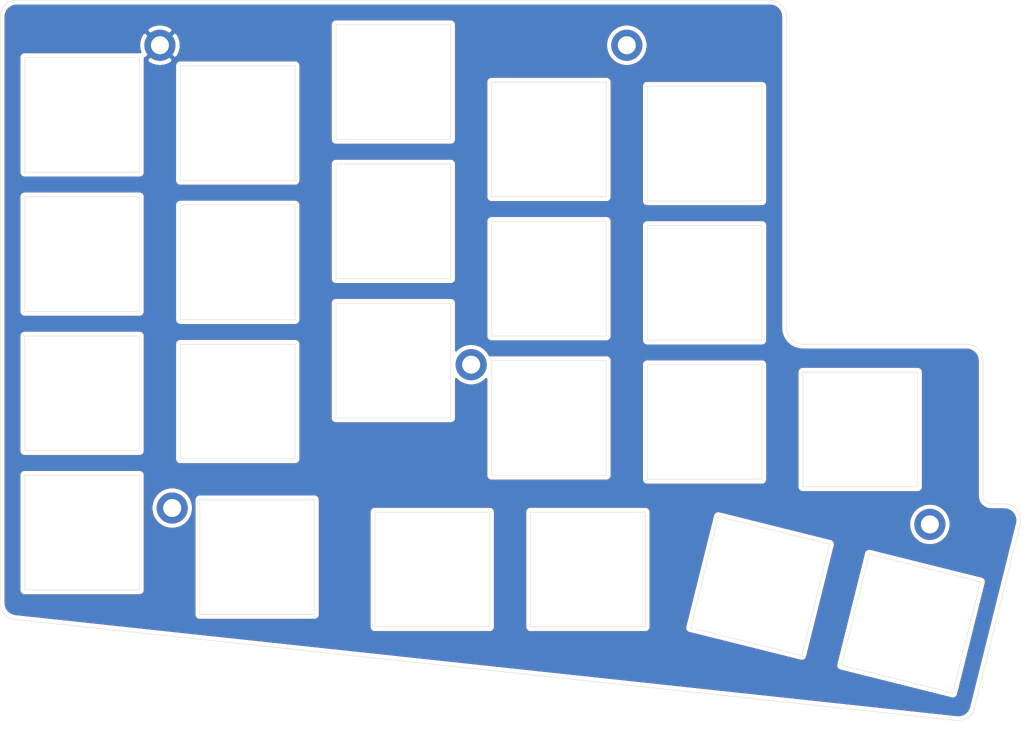
<source format=kicad_pcb>
(kicad_pcb (version 20171130) (host pcbnew "(5.1.2)-2")

  (general
    (thickness 1.6)
    (drawings 106)
    (tracks 0)
    (zones 0)
    (modules 5)
    (nets 2)
  )

  (page A4)
  (layers
    (0 F.Cu signal)
    (31 B.Cu signal)
    (32 B.Adhes user)
    (33 F.Adhes user)
    (34 B.Paste user)
    (35 F.Paste user)
    (36 B.SilkS user)
    (37 F.SilkS user)
    (38 B.Mask user)
    (39 F.Mask user)
    (40 Dwgs.User user)
    (41 Cmts.User user)
    (42 Eco1.User user)
    (43 Eco2.User user)
    (44 Edge.Cuts user)
    (45 Margin user)
    (46 B.CrtYd user)
    (47 F.CrtYd user)
    (48 B.Fab user)
    (49 F.Fab user)
  )

  (setup
    (last_trace_width 0.25)
    (trace_clearance 0.2)
    (zone_clearance 0.508)
    (zone_45_only no)
    (trace_min 0.2)
    (via_size 0.8)
    (via_drill 0.4)
    (via_min_size 0.4)
    (via_min_drill 0.3)
    (uvia_size 0.3)
    (uvia_drill 0.1)
    (uvias_allowed no)
    (uvia_min_size 0.2)
    (uvia_min_drill 0.1)
    (edge_width 0.05)
    (segment_width 0.2)
    (pcb_text_width 0.3)
    (pcb_text_size 1.5 1.5)
    (mod_edge_width 0.12)
    (mod_text_size 1 1)
    (mod_text_width 0.15)
    (pad_size 1.524 1.524)
    (pad_drill 0.762)
    (pad_to_mask_clearance 0.051)
    (solder_mask_min_width 0.25)
    (aux_axis_origin 0 0)
    (visible_elements 7FFFFFFF)
    (pcbplotparams
      (layerselection 0x010f0_ffffffff)
      (usegerberextensions false)
      (usegerberattributes false)
      (usegerberadvancedattributes false)
      (creategerberjobfile false)
      (excludeedgelayer true)
      (linewidth 0.100000)
      (plotframeref false)
      (viasonmask false)
      (mode 1)
      (useauxorigin false)
      (hpglpennumber 1)
      (hpglpenspeed 20)
      (hpglpendiameter 15.000000)
      (psnegative false)
      (psa4output false)
      (plotreference true)
      (plotvalue true)
      (plotinvisibletext false)
      (padsonsilk false)
      (subtractmaskfromsilk false)
      (outputformat 1)
      (mirror false)
      (drillshape 0)
      (scaleselection 1)
      (outputdirectory ""))
  )

  (net 0 "")
  (net 1 +5V)

  (net_class Default "これはデフォルトのネット クラスです。"
    (clearance 0.2)
    (trace_width 0.25)
    (via_dia 0.8)
    (via_drill 0.4)
    (uvia_dia 0.3)
    (uvia_drill 0.1)
    (add_net +5V)
  )

  (module MountingHole:MountingHole_2.2mm_M2_DIN965_Pad (layer F.Cu) (tedit 56D1B4CB) (tstamp 5E92037A)
    (at 193.5 134)
    (descr "Mounting Hole 2.2mm, M2, DIN965")
    (tags "mounting hole 2.2mm m2 din965")
    (path /5E91B210)
    (attr virtual)
    (fp_text reference H1 (at 0 -2.9) (layer F.SilkS) hide
      (effects (font (size 1 1) (thickness 0.15)))
    )
    (fp_text value MountingHole_Pad (at 0 2.9) (layer F.Fab)
      (effects (font (size 1 1) (thickness 0.15)))
    )
    (fp_circle (center 0 0) (end 2.15 0) (layer F.CrtYd) (width 0.05))
    (fp_circle (center 0 0) (end 1.9 0) (layer Cmts.User) (width 0.15))
    (fp_text user %R (at 0.3 0) (layer F.Fab)
      (effects (font (size 1 1) (thickness 0.15)))
    )
    (pad 1 thru_hole circle (at 0 0) (size 3.8 3.8) (drill 2.2) (layers *.Cu *.Mask))
  )

  (module MountingHole:MountingHole_2.2mm_M2_DIN965_Pad (layer F.Cu) (tedit 56D1B4CB) (tstamp 5E92037A)
    (at 137.5 114.5)
    (descr "Mounting Hole 2.2mm, M2, DIN965")
    (tags "mounting hole 2.2mm m2 din965")
    (path /5E91B210)
    (attr virtual)
    (fp_text reference H1 (at 0 -2.9) (layer F.SilkS) hide
      (effects (font (size 1 1) (thickness 0.15)))
    )
    (fp_text value MountingHole_Pad (at 0 2.9) (layer F.Fab)
      (effects (font (size 1 1) (thickness 0.15)))
    )
    (fp_circle (center 0 0) (end 2.15 0) (layer F.CrtYd) (width 0.05))
    (fp_circle (center 0 0) (end 1.9 0) (layer Cmts.User) (width 0.15))
    (fp_text user %R (at 0.3 0) (layer F.Fab)
      (effects (font (size 1 1) (thickness 0.15)))
    )
    (pad 1 thru_hole circle (at 0 0) (size 3.8 3.8) (drill 2.2) (layers *.Cu *.Mask))
  )

  (module MountingHole:MountingHole_2.2mm_M2_DIN965_Pad (layer F.Cu) (tedit 56D1B4CB) (tstamp 5E92037A)
    (at 156.5 75.5)
    (descr "Mounting Hole 2.2mm, M2, DIN965")
    (tags "mounting hole 2.2mm m2 din965")
    (path /5E91B210)
    (attr virtual)
    (fp_text reference H1 (at 0 -2.9) (layer F.SilkS) hide
      (effects (font (size 1 1) (thickness 0.15)))
    )
    (fp_text value MountingHole_Pad (at 0 2.9) (layer F.Fab)
      (effects (font (size 1 1) (thickness 0.15)))
    )
    (fp_circle (center 0 0) (end 2.15 0) (layer F.CrtYd) (width 0.05))
    (fp_circle (center 0 0) (end 1.9 0) (layer Cmts.User) (width 0.15))
    (fp_text user %R (at 0.3 0) (layer F.Fab)
      (effects (font (size 1 1) (thickness 0.15)))
    )
    (pad 1 thru_hole circle (at 0 0) (size 3.8 3.8) (drill 2.2) (layers *.Cu *.Mask))
  )

  (module MountingHole:MountingHole_2.2mm_M2_DIN965_Pad (layer F.Cu) (tedit 56D1B4CB) (tstamp 5E92037A)
    (at 101 132)
    (descr "Mounting Hole 2.2mm, M2, DIN965")
    (tags "mounting hole 2.2mm m2 din965")
    (path /5E91B210)
    (attr virtual)
    (fp_text reference H1 (at 0 -2.9) (layer F.SilkS) hide
      (effects (font (size 1 1) (thickness 0.15)))
    )
    (fp_text value MountingHole_Pad (at 0 2.9) (layer F.Fab)
      (effects (font (size 1 1) (thickness 0.15)))
    )
    (fp_circle (center 0 0) (end 2.15 0) (layer F.CrtYd) (width 0.05))
    (fp_circle (center 0 0) (end 1.9 0) (layer Cmts.User) (width 0.15))
    (fp_text user %R (at 0.3 0) (layer F.Fab)
      (effects (font (size 1 1) (thickness 0.15)))
    )
    (pad 1 thru_hole circle (at 0 0) (size 3.8 3.8) (drill 2.2) (layers *.Cu *.Mask))
  )

  (module MountingHole:MountingHole_2.2mm_M2_DIN965_Pad (layer F.Cu) (tedit 56D1B4CB) (tstamp 5E920306)
    (at 99.5 75.5)
    (descr "Mounting Hole 2.2mm, M2, DIN965")
    (tags "mounting hole 2.2mm m2 din965")
    (path /5E91B210)
    (attr virtual)
    (fp_text reference H1 (at 0 -2.9) (layer F.SilkS) hide
      (effects (font (size 1 1) (thickness 0.15)))
    )
    (fp_text value MountingHole_Pad (at 0 2.9) (layer F.Fab)
      (effects (font (size 1 1) (thickness 0.15)))
    )
    (fp_text user %R (at 0.3 0) (layer F.Fab)
      (effects (font (size 1 1) (thickness 0.15)))
    )
    (fp_circle (center 0 0) (end 1.9 0) (layer Cmts.User) (width 0.15))
    (fp_circle (center 0 0) (end 2.15 0) (layer F.CrtYd) (width 0.05))
    (pad 1 thru_hole circle (at 0 0) (size 3.8 3.8) (drill 2.2) (layers *.Cu *.Mask)
      (net 1 +5V))
  )

  (gr_text "LunchBox v2.0\nPCB Designed by lixs" (at 197.5 122 90) (layer B.Mask)
    (effects (font (size 1 1) (thickness 0.2)) (justify mirror))
  )
  (gr_text "LunchBox v2.0\nPCB Designed by lixs" (at 197.5 122 90) (layer F.Mask)
    (effects (font (size 1 1) (thickness 0.2)))
  )
  (gr_arc (start 202.59 133.5) (end 204.529999 133.979999) (angle -103.8971763) (layer Edge.Cuts) (width 0.05))
  (gr_arc (start 201 130.5) (end 200 130.5) (angle -90) (layer Edge.Cuts) (width 0.05))
  (gr_arc (start 198 114) (end 200 114) (angle -90) (layer Edge.Cuts) (width 0.05))
  (gr_line (start 201 131.5) (end 202.59 131.5) (layer Edge.Cuts) (width 0.05))
  (gr_line (start 200 114) (end 200 130.5) (layer Edge.Cuts) (width 0.05))
  (gr_line (start 192 115.41) (end 192 129.41) (layer Edge.Cuts) (width 0.05) (tstamp 5E9204DD))
  (gr_line (start 178 115.41) (end 192 115.41) (layer Edge.Cuts) (width 0.05) (tstamp 5E9204DC))
  (gr_line (start 178 129.41) (end 178 115.41) (layer Edge.Cuts) (width 0.05) (tstamp 5E9204DB))
  (gr_line (start 192 129.41) (end 178 129.41) (layer Edge.Cuts) (width 0.05) (tstamp 5E9204DA))
  (gr_line (start 199.685523 141.011383) (end 196.298617 154.595523) (layer Edge.Cuts) (width 0.05) (tstamp 5E9204A1))
  (gr_line (start 186.101383 137.624477) (end 199.685523 141.011383) (layer Edge.Cuts) (width 0.05) (tstamp 5E9204A0))
  (gr_line (start 182.714477 151.208617) (end 186.101383 137.624477) (layer Edge.Cuts) (width 0.05) (tstamp 5E92049F))
  (gr_line (start 196.298617 154.595523) (end 182.714477 151.208617) (layer Edge.Cuts) (width 0.05) (tstamp 5E92049E))
  (gr_line (start 181.255523 136.421383) (end 177.868617 150.005523) (layer Edge.Cuts) (width 0.05) (tstamp 5E9204A1))
  (gr_line (start 167.671383 133.034477) (end 181.255523 136.421383) (layer Edge.Cuts) (width 0.05) (tstamp 5E9204A0))
  (gr_line (start 164.284477 146.618617) (end 167.671383 133.034477) (layer Edge.Cuts) (width 0.05) (tstamp 5E92049F))
  (gr_line (start 177.868617 150.005523) (end 164.284477 146.618617) (layer Edge.Cuts) (width 0.05) (tstamp 5E92049E))
  (gr_line (start 173 114.5) (end 173 128.5) (layer Edge.Cuts) (width 0.05) (tstamp 5E9203F5))
  (gr_line (start 159 114.5) (end 173 114.5) (layer Edge.Cuts) (width 0.05) (tstamp 5E9203F4))
  (gr_line (start 159 128.5) (end 159 114.5) (layer Edge.Cuts) (width 0.05) (tstamp 5E9203F3))
  (gr_line (start 173 128.5) (end 159 128.5) (layer Edge.Cuts) (width 0.05) (tstamp 5E9203F2))
  (gr_line (start 173 97.5) (end 173 111.5) (layer Edge.Cuts) (width 0.05) (tstamp 5E9203F5))
  (gr_line (start 159 97.5) (end 173 97.5) (layer Edge.Cuts) (width 0.05) (tstamp 5E9203F4))
  (gr_line (start 159 111.5) (end 159 97.5) (layer Edge.Cuts) (width 0.05) (tstamp 5E9203F3))
  (gr_line (start 173 111.5) (end 159 111.5) (layer Edge.Cuts) (width 0.05) (tstamp 5E9203F2))
  (gr_line (start 173 80.5) (end 173 94.5) (layer Edge.Cuts) (width 0.05) (tstamp 5E9203F5))
  (gr_line (start 159 80.5) (end 173 80.5) (layer Edge.Cuts) (width 0.05) (tstamp 5E9203F4))
  (gr_line (start 159 94.5) (end 159 80.5) (layer Edge.Cuts) (width 0.05) (tstamp 5E9203F3))
  (gr_line (start 173 94.5) (end 159 94.5) (layer Edge.Cuts) (width 0.05) (tstamp 5E9203F2))
  (gr_line (start 158.75 132.5) (end 158.75 146.5) (layer Edge.Cuts) (width 0.05) (tstamp 5E9203F5))
  (gr_line (start 144.75 132.5) (end 158.75 132.5) (layer Edge.Cuts) (width 0.05) (tstamp 5E9203F4))
  (gr_line (start 144.75 146.5) (end 144.75 132.5) (layer Edge.Cuts) (width 0.05) (tstamp 5E9203F3))
  (gr_line (start 158.75 146.5) (end 144.75 146.5) (layer Edge.Cuts) (width 0.05) (tstamp 5E9203F2))
  (gr_line (start 154 114) (end 154 128) (layer Edge.Cuts) (width 0.05) (tstamp 5E9203F5))
  (gr_line (start 140 114) (end 154 114) (layer Edge.Cuts) (width 0.05) (tstamp 5E9203F4))
  (gr_line (start 140 128) (end 140 114) (layer Edge.Cuts) (width 0.05) (tstamp 5E9203F3))
  (gr_line (start 154 128) (end 140 128) (layer Edge.Cuts) (width 0.05) (tstamp 5E9203F2))
  (gr_line (start 154 97) (end 154 111) (layer Edge.Cuts) (width 0.05) (tstamp 5E9203F5))
  (gr_line (start 140 97) (end 154 97) (layer Edge.Cuts) (width 0.05) (tstamp 5E9203F4))
  (gr_line (start 140 111) (end 140 97) (layer Edge.Cuts) (width 0.05) (tstamp 5E9203F3))
  (gr_line (start 154 111) (end 140 111) (layer Edge.Cuts) (width 0.05) (tstamp 5E9203F2))
  (gr_line (start 154 80) (end 154 94) (layer Edge.Cuts) (width 0.05) (tstamp 5E9203F5))
  (gr_line (start 140 80) (end 154 80) (layer Edge.Cuts) (width 0.05) (tstamp 5E9203F4))
  (gr_line (start 140 94) (end 140 80) (layer Edge.Cuts) (width 0.05) (tstamp 5E9203F3))
  (gr_line (start 154 94) (end 140 94) (layer Edge.Cuts) (width 0.05) (tstamp 5E9203F2))
  (gr_line (start 139.75 132.5) (end 139.75 146.5) (layer Edge.Cuts) (width 0.05) (tstamp 5E9203F5))
  (gr_line (start 125.75 132.5) (end 139.75 132.5) (layer Edge.Cuts) (width 0.05) (tstamp 5E9203F4))
  (gr_line (start 125.75 146.5) (end 125.75 132.5) (layer Edge.Cuts) (width 0.05) (tstamp 5E9203F3))
  (gr_line (start 139.75 146.5) (end 125.75 146.5) (layer Edge.Cuts) (width 0.05) (tstamp 5E9203F2))
  (gr_line (start 135 107) (end 135 121) (layer Edge.Cuts) (width 0.05) (tstamp 5E9203F5))
  (gr_line (start 121 107) (end 135 107) (layer Edge.Cuts) (width 0.05) (tstamp 5E9203F4))
  (gr_line (start 121 121) (end 121 107) (layer Edge.Cuts) (width 0.05) (tstamp 5E9203F3))
  (gr_line (start 135 121) (end 121 121) (layer Edge.Cuts) (width 0.05) (tstamp 5E9203F2))
  (gr_line (start 135 90) (end 135 104) (layer Edge.Cuts) (width 0.05) (tstamp 5E9203F5))
  (gr_line (start 121 90) (end 135 90) (layer Edge.Cuts) (width 0.05) (tstamp 5E9203F4))
  (gr_line (start 121 104) (end 121 90) (layer Edge.Cuts) (width 0.05) (tstamp 5E9203F3))
  (gr_line (start 135 104) (end 121 104) (layer Edge.Cuts) (width 0.05) (tstamp 5E9203F2))
  (gr_line (start 135 73) (end 135 87) (layer Edge.Cuts) (width 0.05) (tstamp 5E9203F5))
  (gr_line (start 121 73) (end 135 73) (layer Edge.Cuts) (width 0.05) (tstamp 5E9203F4))
  (gr_line (start 121 87) (end 121 73) (layer Edge.Cuts) (width 0.05) (tstamp 5E9203F3))
  (gr_line (start 135 87) (end 121 87) (layer Edge.Cuts) (width 0.05) (tstamp 5E9203F2))
  (gr_line (start 118.37 131) (end 118.37 145) (layer Edge.Cuts) (width 0.05) (tstamp 5E9203F5))
  (gr_line (start 104.37 131) (end 118.37 131) (layer Edge.Cuts) (width 0.05) (tstamp 5E9203F4))
  (gr_line (start 104.37 145) (end 104.37 131) (layer Edge.Cuts) (width 0.05) (tstamp 5E9203F3))
  (gr_line (start 118.37 145) (end 104.37 145) (layer Edge.Cuts) (width 0.05) (tstamp 5E9203F2))
  (gr_line (start 116 112) (end 116 126) (layer Edge.Cuts) (width 0.05) (tstamp 5E9203F5))
  (gr_line (start 102 112) (end 116 112) (layer Edge.Cuts) (width 0.05) (tstamp 5E9203F4))
  (gr_line (start 102 126) (end 102 112) (layer Edge.Cuts) (width 0.05) (tstamp 5E9203F3))
  (gr_line (start 116 126) (end 102 126) (layer Edge.Cuts) (width 0.05) (tstamp 5E9203F2))
  (gr_line (start 116 95) (end 116 109) (layer Edge.Cuts) (width 0.05) (tstamp 5E9203F5))
  (gr_line (start 102 95) (end 116 95) (layer Edge.Cuts) (width 0.05) (tstamp 5E9203F4))
  (gr_line (start 102 109) (end 102 95) (layer Edge.Cuts) (width 0.05) (tstamp 5E9203F3))
  (gr_line (start 116 109) (end 102 109) (layer Edge.Cuts) (width 0.05) (tstamp 5E9203F2))
  (gr_line (start 116 78) (end 116 92) (layer Edge.Cuts) (width 0.05) (tstamp 5E9203F5))
  (gr_line (start 102 78) (end 116 78) (layer Edge.Cuts) (width 0.05) (tstamp 5E9203F4))
  (gr_line (start 102 92) (end 102 78) (layer Edge.Cuts) (width 0.05) (tstamp 5E9203F3))
  (gr_line (start 116 92) (end 102 92) (layer Edge.Cuts) (width 0.05) (tstamp 5E9203F2))
  (gr_line (start 97 128) (end 97 142) (layer Edge.Cuts) (width 0.05) (tstamp 5E9203F5))
  (gr_line (start 83 128) (end 97 128) (layer Edge.Cuts) (width 0.05) (tstamp 5E9203F4))
  (gr_line (start 83 142) (end 83 128) (layer Edge.Cuts) (width 0.05) (tstamp 5E9203F3))
  (gr_line (start 97 142) (end 83 142) (layer Edge.Cuts) (width 0.05) (tstamp 5E9203F2))
  (gr_line (start 97 111) (end 97 125) (layer Edge.Cuts) (width 0.05) (tstamp 5E9203F5))
  (gr_line (start 83 111) (end 97 111) (layer Edge.Cuts) (width 0.05) (tstamp 5E9203F4))
  (gr_line (start 83 125) (end 83 111) (layer Edge.Cuts) (width 0.05) (tstamp 5E9203F3))
  (gr_line (start 97 125) (end 83 125) (layer Edge.Cuts) (width 0.05) (tstamp 5E9203F2))
  (gr_line (start 97 94) (end 97 108) (layer Edge.Cuts) (width 0.05) (tstamp 5E9203F5))
  (gr_line (start 83 94) (end 97 94) (layer Edge.Cuts) (width 0.05) (tstamp 5E9203F4))
  (gr_line (start 83 108) (end 83 94) (layer Edge.Cuts) (width 0.05) (tstamp 5E9203F3))
  (gr_line (start 97 108) (end 83 108) (layer Edge.Cuts) (width 0.05) (tstamp 5E9203F2))
  (gr_line (start 97 77) (end 97 91) (layer Edge.Cuts) (width 0.05) (tstamp 5E9203F5))
  (gr_line (start 83 77) (end 97 77) (layer Edge.Cuts) (width 0.05) (tstamp 5E9203F4))
  (gr_line (start 83 91) (end 83 77) (layer Edge.Cuts) (width 0.05) (tstamp 5E9203F3))
  (gr_line (start 97 91) (end 83 91) (layer Edge.Cuts) (width 0.05) (tstamp 5E9203F2))
  (gr_arc (start 82 72) (end 82 70) (angle -90) (layer Edge.Cuts) (width 0.05))
  (gr_arc (start 174 72) (end 176 72) (angle -90) (layer Edge.Cuts) (width 0.05))
  (gr_arc (start 178 110) (end 176 110) (angle -90) (layer Edge.Cuts) (width 0.05))
  (gr_arc (start 196.99 155.95) (end 196.780001 157.939999) (angle -81.84885103) (layer Edge.Cuts) (width 0.05))
  (gr_arc (start 82 143.61) (end 80 143.61) (angle -83.97600692) (layer Edge.Cuts) (width 0.05))
  (gr_line (start 174 70) (end 82 70) (layer Edge.Cuts) (width 0.05) (tstamp 5E920348))
  (gr_line (start 176 110) (end 176 72) (layer Edge.Cuts) (width 0.05) (tstamp 5E920347))
  (gr_line (start 198 112) (end 178 112) (layer Edge.Cuts) (width 0.05) (tstamp 5E920346))
  (gr_line (start 198.93 156.44) (end 204.529999 133.979999) (layer Edge.Cuts) (width 0.05) (tstamp 5E920341))
  (gr_line (start 81.79 145.6) (end 196.78 157.94) (layer Edge.Cuts) (width 0.05) (tstamp 5E920340))
  (gr_line (start 80 72) (end 80 143.61) (layer Edge.Cuts) (width 0.05) (tstamp 5E92033F))

  (zone (net 1) (net_name +5V) (layer F.Cu) (tstamp 5E987780) (hatch edge 0.508)
    (connect_pads (clearance 0.508))
    (min_thickness 0.254)
    (fill yes (arc_segments 32) (thermal_gap 0.508) (thermal_bridge_width 0.508))
    (polygon
      (pts
        (xy 80 70) (xy 176 70) (xy 176 110) (xy 177 111) (xy 178 112)
        (xy 205 112) (xy 205 133) (xy 199 159) (xy 80 146)
      )
    )
    (filled_polygon
      (pts
        (xy 174.259659 70.688625) (xy 174.509429 70.764035) (xy 174.739792 70.886522) (xy 174.94198 71.051422) (xy 175.108286 71.25245)
        (xy 175.232378 71.481954) (xy 175.309531 71.731195) (xy 175.340001 72.021098) (xy 175.34 110.032418) (xy 175.342852 110.061372)
        (xy 175.342765 110.073781) (xy 175.343665 110.082952) (xy 175.384466 110.471145) (xy 175.396487 110.529708) (xy 175.407702 110.588501)
        (xy 175.410366 110.597323) (xy 175.52579 110.970198) (xy 175.548975 111.025353) (xy 175.571379 111.080806) (xy 175.575706 111.088943)
        (xy 175.761357 111.432298) (xy 175.79478 111.481849) (xy 175.827562 111.531946) (xy 175.833387 111.539087) (xy 176.082194 111.839841)
        (xy 176.124629 111.881981) (xy 176.166492 111.92473) (xy 176.173592 111.930604) (xy 176.476077 112.177305) (xy 176.525904 112.210409)
        (xy 176.575259 112.244204) (xy 176.583365 112.248587) (xy 176.928007 112.431837) (xy 176.983311 112.454631) (xy 177.038295 112.478198)
        (xy 177.047098 112.480923) (xy 177.42077 112.593741) (xy 177.479458 112.605361) (xy 177.537961 112.617797) (xy 177.547126 112.61876)
        (xy 177.935595 112.65685) (xy 177.935598 112.65685) (xy 177.967581 112.66) (xy 197.967721 112.66) (xy 198.259659 112.688625)
        (xy 198.509429 112.764035) (xy 198.739792 112.886522) (xy 198.94198 113.051422) (xy 199.108286 113.25245) (xy 199.232378 113.481954)
        (xy 199.309531 113.731195) (xy 199.34 114.021089) (xy 199.340001 130.532419) (xy 199.342783 130.560664) (xy 199.34274 130.566801)
        (xy 199.34364 130.575972) (xy 199.364041 130.770069) (xy 199.376068 130.828658) (xy 199.387277 130.887423) (xy 199.389941 130.896245)
        (xy 199.447653 131.082683) (xy 199.470838 131.137838) (xy 199.493242 131.193291) (xy 199.497568 131.201427) (xy 199.590393 131.373104)
        (xy 199.623846 131.422699) (xy 199.6566 131.472753) (xy 199.662424 131.479894) (xy 199.786828 131.630272) (xy 199.829263 131.672411)
        (xy 199.871126 131.715161) (xy 199.878227 131.721034) (xy 200.029469 131.844384) (xy 200.079277 131.877477) (xy 200.128651 131.911284)
        (xy 200.136757 131.915667) (xy 200.30908 132.007292) (xy 200.364392 132.03009) (xy 200.419366 132.053652) (xy 200.428169 132.056377)
        (xy 200.615006 132.112786) (xy 200.673686 132.124405) (xy 200.732196 132.136842) (xy 200.741361 132.137805) (xy 200.935594 132.15685)
        (xy 200.935598 132.15685) (xy 200.967581 132.16) (xy 202.542402 132.16) (xy 202.849368 132.190098) (xy 203.098852 132.265422)
        (xy 203.328962 132.387773) (xy 203.530919 132.552485) (xy 203.697041 132.753292) (xy 203.820995 132.982539) (xy 203.89806 133.231497)
        (xy 203.9253 133.490673) (xy 203.899551 133.773613) (xy 203.887308 133.829539) (xy 198.297366 156.249206) (xy 198.198807 156.523339)
        (xy 198.064422 156.747213) (xy 197.889114 156.94072) (xy 197.679558 157.096491) (xy 197.443739 157.208592) (xy 197.190631 157.272754)
        (xy 196.907457 157.287718) (xy 196.839948 157.282643) (xy 139.942779 151.176799) (xy 182.052048 151.176799) (xy 182.05857 151.306643)
        (xy 182.090296 151.43272) (xy 182.14601 151.550186) (xy 182.22357 151.654526) (xy 182.319995 151.741728) (xy 182.43158 151.808445)
        (xy 182.554037 151.85211) (xy 182.586265 151.856855) (xy 196.107499 155.228077) (xy 196.138177 155.239016) (xy 196.170399 155.24376)
        (xy 196.170404 155.243761) (xy 196.266798 155.257952) (xy 196.266799 155.257952) (xy 196.273008 155.25764) (xy 196.396643 155.251431)
        (xy 196.52272 155.219704) (xy 196.640186 155.16399) (xy 196.744526 155.08643) (xy 196.831729 154.990005) (xy 196.898445 154.87842)
        (xy 196.94211 154.755963) (xy 196.946855 154.723735) (xy 200.318077 141.202501) (xy 200.329016 141.171823) (xy 200.347952 141.043201)
        (xy 200.341431 140.913356) (xy 200.309704 140.787279) (xy 200.25399 140.669813) (xy 200.17643 140.565473) (xy 200.080005 140.478271)
        (xy 199.968421 140.411554) (xy 199.876647 140.37883) (xy 199.876637 140.378827) (xy 199.845963 140.36789) (xy 199.813745 140.363147)
        (xy 186.292503 136.991924) (xy 186.261823 136.980984) (xy 186.229598 136.97624) (xy 186.229595 136.976239) (xy 186.133201 136.962048)
        (xy 186.003356 136.968569) (xy 185.877279 137.000296) (xy 185.759813 137.05601) (xy 185.655473 137.13357) (xy 185.568271 137.229995)
        (xy 185.501554 137.341579) (xy 185.46883 137.433353) (xy 185.468827 137.433363) (xy 185.45789 137.464037) (xy 185.453147 137.496255)
        (xy 182.081924 151.017497) (xy 182.070984 151.048177) (xy 182.06624 151.080402) (xy 182.066239 151.080405) (xy 182.052048 151.176799)
        (xy 139.942779 151.176799) (xy 81.902781 144.948314) (xy 81.604155 144.886884) (xy 81.363675 144.785678) (xy 81.147439 144.639693)
        (xy 80.963675 144.454486) (xy 80.819382 144.23711) (xy 80.72006 143.995852) (xy 80.666329 143.723891) (xy 80.66 143.593933)
        (xy 80.66 128) (xy 82.336807 128) (xy 82.340001 128.032429) (xy 82.34 141.967581) (xy 82.336807 142)
        (xy 82.34955 142.129383) (xy 82.38729 142.253793) (xy 82.448575 142.36845) (xy 82.531052 142.468948) (xy 82.63155 142.551425)
        (xy 82.746207 142.61271) (xy 82.870617 142.65045) (xy 83 142.663193) (xy 83.032419 142.66) (xy 96.967581 142.66)
        (xy 97 142.663193) (xy 97.032419 142.66) (xy 97.129383 142.65045) (xy 97.253793 142.61271) (xy 97.36845 142.551425)
        (xy 97.468948 142.468948) (xy 97.551425 142.36845) (xy 97.61271 142.253793) (xy 97.65045 142.129383) (xy 97.663193 142)
        (xy 97.66 141.967581) (xy 97.66 131.750324) (xy 98.465 131.750324) (xy 98.465 132.249676) (xy 98.562418 132.739432)
        (xy 98.753512 133.200773) (xy 99.030937 133.615968) (xy 99.384032 133.969063) (xy 99.799227 134.246488) (xy 100.260568 134.437582)
        (xy 100.750324 134.535) (xy 101.249676 134.535) (xy 101.739432 134.437582) (xy 102.200773 134.246488) (xy 102.615968 133.969063)
        (xy 102.969063 133.615968) (xy 103.246488 133.200773) (xy 103.437582 132.739432) (xy 103.535 132.249676) (xy 103.535 131.750324)
        (xy 103.437582 131.260568) (xy 103.329652 131) (xy 103.706807 131) (xy 103.710001 131.032429) (xy 103.71 144.967581)
        (xy 103.706807 145) (xy 103.71955 145.129383) (xy 103.75729 145.253793) (xy 103.818575 145.36845) (xy 103.861225 145.420419)
        (xy 103.901052 145.468948) (xy 104.00155 145.551425) (xy 104.116207 145.61271) (xy 104.240617 145.65045) (xy 104.37 145.663193)
        (xy 104.402419 145.66) (xy 118.337581 145.66) (xy 118.37 145.663193) (xy 118.402419 145.66) (xy 118.499383 145.65045)
        (xy 118.623793 145.61271) (xy 118.73845 145.551425) (xy 118.838948 145.468948) (xy 118.921425 145.36845) (xy 118.98271 145.253793)
        (xy 119.02045 145.129383) (xy 119.033193 145) (xy 119.03 144.967581) (xy 119.03 132.5) (xy 125.086807 132.5)
        (xy 125.090001 132.532429) (xy 125.09 146.467581) (xy 125.086807 146.5) (xy 125.09955 146.629383) (xy 125.13729 146.753793)
        (xy 125.198575 146.86845) (xy 125.273861 146.960186) (xy 125.281052 146.968948) (xy 125.38155 147.051425) (xy 125.496207 147.11271)
        (xy 125.620617 147.15045) (xy 125.75 147.163193) (xy 125.782419 147.16) (xy 139.717581 147.16) (xy 139.75 147.163193)
        (xy 139.782419 147.16) (xy 139.879383 147.15045) (xy 140.003793 147.11271) (xy 140.11845 147.051425) (xy 140.218948 146.968948)
        (xy 140.301425 146.86845) (xy 140.36271 146.753793) (xy 140.40045 146.629383) (xy 140.413193 146.5) (xy 140.41 146.467581)
        (xy 140.41 132.532419) (xy 140.413193 132.5) (xy 144.086807 132.5) (xy 144.090001 132.532429) (xy 144.09 146.467581)
        (xy 144.086807 146.5) (xy 144.09955 146.629383) (xy 144.13729 146.753793) (xy 144.198575 146.86845) (xy 144.273861 146.960186)
        (xy 144.281052 146.968948) (xy 144.38155 147.051425) (xy 144.496207 147.11271) (xy 144.620617 147.15045) (xy 144.75 147.163193)
        (xy 144.782419 147.16) (xy 158.717581 147.16) (xy 158.75 147.163193) (xy 158.782419 147.16) (xy 158.879383 147.15045)
        (xy 159.003793 147.11271) (xy 159.11845 147.051425) (xy 159.218948 146.968948) (xy 159.301425 146.86845) (xy 159.36271 146.753793)
        (xy 159.40045 146.629383) (xy 159.404644 146.586799) (xy 163.622048 146.586799) (xy 163.62857 146.716643) (xy 163.660296 146.84272)
        (xy 163.71601 146.960186) (xy 163.79357 147.064526) (xy 163.889995 147.151728) (xy 164.00158 147.218445) (xy 164.124037 147.26211)
        (xy 164.156265 147.266855) (xy 177.677499 150.638077) (xy 177.708177 150.649016) (xy 177.740399 150.65376) (xy 177.740404 150.653761)
        (xy 177.836798 150.667952) (xy 177.836799 150.667952) (xy 177.843008 150.66764) (xy 177.966643 150.661431) (xy 178.09272 150.629704)
        (xy 178.210186 150.57399) (xy 178.314526 150.49643) (xy 178.401729 150.400005) (xy 178.468445 150.28842) (xy 178.51211 150.165963)
        (xy 178.516855 150.133735) (xy 181.888077 136.612501) (xy 181.899016 136.581823) (xy 181.90591 136.535) (xy 181.917952 136.453202)
        (xy 181.911431 136.323357) (xy 181.879704 136.19728) (xy 181.82399 136.079814) (xy 181.82399 136.079813) (xy 181.74643 135.975473)
        (xy 181.650005 135.888271) (xy 181.538421 135.821554) (xy 181.446647 135.78883) (xy 181.446637 135.788827) (xy 181.415963 135.77789)
        (xy 181.383745 135.773147) (xy 173.270643 133.750324) (xy 190.965 133.750324) (xy 190.965 134.249676) (xy 191.062418 134.739432)
        (xy 191.253512 135.200773) (xy 191.530937 135.615968) (xy 191.884032 135.969063) (xy 192.299227 136.246488) (xy 192.760568 136.437582)
        (xy 193.250324 136.535) (xy 193.749676 136.535) (xy 194.239432 136.437582) (xy 194.700773 136.246488) (xy 195.115968 135.969063)
        (xy 195.469063 135.615968) (xy 195.746488 135.200773) (xy 195.937582 134.739432) (xy 196.035 134.249676) (xy 196.035 133.750324)
        (xy 195.937582 133.260568) (xy 195.746488 132.799227) (xy 195.469063 132.384032) (xy 195.115968 132.030937) (xy 194.700773 131.753512)
        (xy 194.239432 131.562418) (xy 193.749676 131.465) (xy 193.250324 131.465) (xy 192.760568 131.562418) (xy 192.299227 131.753512)
        (xy 191.884032 132.030937) (xy 191.530937 132.384032) (xy 191.253512 132.799227) (xy 191.062418 133.260568) (xy 190.965 133.750324)
        (xy 173.270643 133.750324) (xy 167.862503 132.401924) (xy 167.831823 132.390984) (xy 167.799598 132.38624) (xy 167.799595 132.386239)
        (xy 167.703201 132.372048) (xy 167.573356 132.378569) (xy 167.447279 132.410296) (xy 167.329813 132.46601) (xy 167.225473 132.54357)
        (xy 167.138271 132.639995) (xy 167.071554 132.751579) (xy 167.03883 132.843353) (xy 167.038827 132.843363) (xy 167.02789 132.874037)
        (xy 167.023147 132.906255) (xy 163.651924 146.427497) (xy 163.640984 146.458177) (xy 163.63624 146.490402) (xy 163.636239 146.490405)
        (xy 163.622048 146.586799) (xy 159.404644 146.586799) (xy 159.413193 146.5) (xy 159.41 146.467581) (xy 159.41 132.532419)
        (xy 159.413193 132.5) (xy 159.40045 132.370617) (xy 159.36271 132.246207) (xy 159.301425 132.13155) (xy 159.218948 132.031052)
        (xy 159.11845 131.948575) (xy 159.003793 131.88729) (xy 158.879383 131.84955) (xy 158.782419 131.84) (xy 158.75 131.836807)
        (xy 158.717581 131.84) (xy 144.782419 131.84) (xy 144.75 131.836807) (xy 144.717581 131.84) (xy 144.620617 131.84955)
        (xy 144.496207 131.88729) (xy 144.38155 131.948575) (xy 144.281052 132.031052) (xy 144.198575 132.13155) (xy 144.13729 132.246207)
        (xy 144.09955 132.370617) (xy 144.086807 132.5) (xy 140.413193 132.5) (xy 140.40045 132.370617) (xy 140.36271 132.246207)
        (xy 140.301425 132.13155) (xy 140.218948 132.031052) (xy 140.11845 131.948575) (xy 140.003793 131.88729) (xy 139.879383 131.84955)
        (xy 139.782419 131.84) (xy 139.75 131.836807) (xy 139.717581 131.84) (xy 125.782419 131.84) (xy 125.75 131.836807)
        (xy 125.717581 131.84) (xy 125.620617 131.84955) (xy 125.496207 131.88729) (xy 125.38155 131.948575) (xy 125.281052 132.031052)
        (xy 125.198575 132.13155) (xy 125.13729 132.246207) (xy 125.09955 132.370617) (xy 125.086807 132.5) (xy 119.03 132.5)
        (xy 119.03 131.032419) (xy 119.033193 131) (xy 119.02045 130.870617) (xy 118.98271 130.746207) (xy 118.921425 130.63155)
        (xy 118.838948 130.531052) (xy 118.73845 130.448575) (xy 118.623793 130.38729) (xy 118.499383 130.34955) (xy 118.402419 130.34)
        (xy 118.37 130.336807) (xy 118.337581 130.34) (xy 104.402419 130.34) (xy 104.37 130.336807) (xy 104.337581 130.34)
        (xy 104.240617 130.34955) (xy 104.116207 130.38729) (xy 104.00155 130.448575) (xy 103.901052 130.531052) (xy 103.818575 130.63155)
        (xy 103.75729 130.746207) (xy 103.71955 130.870617) (xy 103.706807 131) (xy 103.329652 131) (xy 103.246488 130.799227)
        (xy 102.969063 130.384032) (xy 102.615968 130.030937) (xy 102.200773 129.753512) (xy 101.739432 129.562418) (xy 101.249676 129.465)
        (xy 100.750324 129.465) (xy 100.260568 129.562418) (xy 99.799227 129.753512) (xy 99.384032 130.030937) (xy 99.030937 130.384032)
        (xy 98.753512 130.799227) (xy 98.562418 131.260568) (xy 98.465 131.750324) (xy 97.66 131.750324) (xy 97.66 128.032418)
        (xy 97.663193 128) (xy 97.65045 127.870617) (xy 97.61271 127.746207) (xy 97.551425 127.63155) (xy 97.468948 127.531052)
        (xy 97.36845 127.448575) (xy 97.253793 127.38729) (xy 97.129383 127.34955) (xy 97.032419 127.34) (xy 97 127.336807)
        (xy 96.967581 127.34) (xy 83.032419 127.34) (xy 83 127.336807) (xy 82.967581 127.34) (xy 82.870617 127.34955)
        (xy 82.746207 127.38729) (xy 82.63155 127.448575) (xy 82.531052 127.531052) (xy 82.448575 127.63155) (xy 82.38729 127.746207)
        (xy 82.34955 127.870617) (xy 82.336807 128) (xy 80.66 128) (xy 80.66 111) (xy 82.336807 111)
        (xy 82.340001 111.032429) (xy 82.34 124.967581) (xy 82.336807 125) (xy 82.34955 125.129383) (xy 82.38729 125.253793)
        (xy 82.448575 125.36845) (xy 82.464037 125.38729) (xy 82.531052 125.468948) (xy 82.63155 125.551425) (xy 82.746207 125.61271)
        (xy 82.870617 125.65045) (xy 83 125.663193) (xy 83.032419 125.66) (xy 96.967581 125.66) (xy 97 125.663193)
        (xy 97.032419 125.66) (xy 97.129383 125.65045) (xy 97.253793 125.61271) (xy 97.36845 125.551425) (xy 97.468948 125.468948)
        (xy 97.551425 125.36845) (xy 97.61271 125.253793) (xy 97.65045 125.129383) (xy 97.663193 125) (xy 97.66 124.967581)
        (xy 97.66 112) (xy 101.336807 112) (xy 101.340001 112.032429) (xy 101.34 125.967581) (xy 101.336807 126)
        (xy 101.34955 126.129383) (xy 101.38729 126.253793) (xy 101.448575 126.36845) (xy 101.531052 126.468948) (xy 101.63155 126.551425)
        (xy 101.746207 126.61271) (xy 101.870617 126.65045) (xy 102 126.663193) (xy 102.032419 126.66) (xy 115.967581 126.66)
        (xy 116 126.663193) (xy 116.032419 126.66) (xy 116.129383 126.65045) (xy 116.253793 126.61271) (xy 116.36845 126.551425)
        (xy 116.468948 126.468948) (xy 116.551425 126.36845) (xy 116.61271 126.253793) (xy 116.65045 126.129383) (xy 116.663193 126)
        (xy 116.66 125.967581) (xy 116.66 112.032419) (xy 116.663193 112) (xy 116.65045 111.870617) (xy 116.61271 111.746207)
        (xy 116.551425 111.63155) (xy 116.468948 111.531052) (xy 116.36845 111.448575) (xy 116.253793 111.38729) (xy 116.129383 111.34955)
        (xy 116.032419 111.34) (xy 116 111.336807) (xy 115.967581 111.34) (xy 102.032419 111.34) (xy 102 111.336807)
        (xy 101.967581 111.34) (xy 101.870617 111.34955) (xy 101.746207 111.38729) (xy 101.63155 111.448575) (xy 101.531052 111.531052)
        (xy 101.448575 111.63155) (xy 101.38729 111.746207) (xy 101.34955 111.870617) (xy 101.336807 112) (xy 97.66 112)
        (xy 97.66 111.032418) (xy 97.663193 111) (xy 97.65045 110.870617) (xy 97.61271 110.746207) (xy 97.551425 110.63155)
        (xy 97.468948 110.531052) (xy 97.36845 110.448575) (xy 97.253793 110.38729) (xy 97.129383 110.34955) (xy 97.032419 110.34)
        (xy 97 110.336807) (xy 96.967581 110.34) (xy 83.032419 110.34) (xy 83 110.336807) (xy 82.967581 110.34)
        (xy 82.870617 110.34955) (xy 82.746207 110.38729) (xy 82.63155 110.448575) (xy 82.531052 110.531052) (xy 82.448575 110.63155)
        (xy 82.38729 110.746207) (xy 82.34955 110.870617) (xy 82.336807 111) (xy 80.66 111) (xy 80.66 94)
        (xy 82.336807 94) (xy 82.340001 94.032429) (xy 82.34 107.967581) (xy 82.336807 108) (xy 82.34955 108.129383)
        (xy 82.38729 108.253793) (xy 82.448575 108.36845) (xy 82.464037 108.38729) (xy 82.531052 108.468948) (xy 82.63155 108.551425)
        (xy 82.746207 108.61271) (xy 82.870617 108.65045) (xy 83 108.663193) (xy 83.032419 108.66) (xy 96.967581 108.66)
        (xy 97 108.663193) (xy 97.032419 108.66) (xy 97.129383 108.65045) (xy 97.253793 108.61271) (xy 97.36845 108.551425)
        (xy 97.468948 108.468948) (xy 97.551425 108.36845) (xy 97.61271 108.253793) (xy 97.65045 108.129383) (xy 97.663193 108)
        (xy 97.66 107.967581) (xy 97.66 95) (xy 101.336807 95) (xy 101.340001 95.032429) (xy 101.34 108.967581)
        (xy 101.336807 109) (xy 101.34955 109.129383) (xy 101.38729 109.253793) (xy 101.448575 109.36845) (xy 101.459804 109.382132)
        (xy 101.531052 109.468948) (xy 101.63155 109.551425) (xy 101.746207 109.61271) (xy 101.870617 109.65045) (xy 102 109.663193)
        (xy 102.032419 109.66) (xy 115.967581 109.66) (xy 116 109.663193) (xy 116.032419 109.66) (xy 116.129383 109.65045)
        (xy 116.253793 109.61271) (xy 116.36845 109.551425) (xy 116.468948 109.468948) (xy 116.551425 109.36845) (xy 116.61271 109.253793)
        (xy 116.65045 109.129383) (xy 116.663193 109) (xy 116.66 108.967581) (xy 116.66 107) (xy 120.336807 107)
        (xy 120.340001 107.032429) (xy 120.34 120.967581) (xy 120.336807 121) (xy 120.34955 121.129383) (xy 120.38729 121.253793)
        (xy 120.448575 121.36845) (xy 120.531052 121.468948) (xy 120.63155 121.551425) (xy 120.746207 121.61271) (xy 120.870617 121.65045)
        (xy 121 121.663193) (xy 121.032419 121.66) (xy 134.967581 121.66) (xy 135 121.663193) (xy 135.032419 121.66)
        (xy 135.129383 121.65045) (xy 135.253793 121.61271) (xy 135.36845 121.551425) (xy 135.468948 121.468948) (xy 135.551425 121.36845)
        (xy 135.61271 121.253793) (xy 135.65045 121.129383) (xy 135.663193 121) (xy 135.66 120.967581) (xy 135.66 116.245031)
        (xy 135.884032 116.469063) (xy 136.299227 116.746488) (xy 136.760568 116.937582) (xy 137.250324 117.035) (xy 137.749676 117.035)
        (xy 138.239432 116.937582) (xy 138.700773 116.746488) (xy 139.115968 116.469063) (xy 139.340001 116.24503) (xy 139.34 127.967581)
        (xy 139.336807 128) (xy 139.34955 128.129383) (xy 139.38729 128.253793) (xy 139.448575 128.36845) (xy 139.531052 128.468948)
        (xy 139.63155 128.551425) (xy 139.746207 128.61271) (xy 139.870617 128.65045) (xy 140 128.663193) (xy 140.032419 128.66)
        (xy 153.967581 128.66) (xy 154 128.663193) (xy 154.032419 128.66) (xy 154.129383 128.65045) (xy 154.253793 128.61271)
        (xy 154.36845 128.551425) (xy 154.468948 128.468948) (xy 154.551425 128.36845) (xy 154.61271 128.253793) (xy 154.65045 128.129383)
        (xy 154.663193 128) (xy 154.66 127.967581) (xy 154.66 114.5) (xy 158.336807 114.5) (xy 158.340001 114.532429)
        (xy 158.34 128.467581) (xy 158.336807 128.5) (xy 158.34955 128.629383) (xy 158.38729 128.753793) (xy 158.448575 128.86845)
        (xy 158.508158 128.941052) (xy 158.531052 128.968948) (xy 158.63155 129.051425) (xy 158.746207 129.11271) (xy 158.870617 129.15045)
        (xy 159 129.163193) (xy 159.032419 129.16) (xy 172.967581 129.16) (xy 173 129.163193) (xy 173.032419 129.16)
        (xy 173.070931 129.156207) (xy 173.129383 129.15045) (xy 173.253793 129.11271) (xy 173.36845 129.051425) (xy 173.468948 128.968948)
        (xy 173.551425 128.86845) (xy 173.61271 128.753793) (xy 173.65045 128.629383) (xy 173.66 128.532419) (xy 173.66 128.532418)
        (xy 173.663193 128.5) (xy 173.66 128.467581) (xy 173.66 115.41) (xy 177.336807 115.41) (xy 177.340001 115.442429)
        (xy 177.34 129.377581) (xy 177.336807 129.41) (xy 177.34955 129.539383) (xy 177.38729 129.663793) (xy 177.448575 129.77845)
        (xy 177.509034 129.852119) (xy 177.531052 129.878948) (xy 177.63155 129.961425) (xy 177.746207 130.02271) (xy 177.870617 130.06045)
        (xy 178 130.073193) (xy 178.032419 130.07) (xy 191.967581 130.07) (xy 192 130.073193) (xy 192.032419 130.07)
        (xy 192.040065 130.069247) (xy 192.129383 130.06045) (xy 192.253793 130.02271) (xy 192.36845 129.961425) (xy 192.468948 129.878948)
        (xy 192.551425 129.77845) (xy 192.61271 129.663793) (xy 192.65045 129.539383) (xy 192.66 129.442419) (xy 192.66 129.442418)
        (xy 192.663193 129.41) (xy 192.66 129.377581) (xy 192.66 115.442419) (xy 192.663193 115.41) (xy 192.65045 115.280617)
        (xy 192.61271 115.156207) (xy 192.551425 115.04155) (xy 192.468948 114.941052) (xy 192.36845 114.858575) (xy 192.253793 114.79729)
        (xy 192.129383 114.75955) (xy 192.032419 114.75) (xy 192 114.746807) (xy 191.967581 114.75) (xy 178.032419 114.75)
        (xy 178 114.746807) (xy 177.967581 114.75) (xy 177.870617 114.75955) (xy 177.746207 114.79729) (xy 177.63155 114.858575)
        (xy 177.531052 114.941052) (xy 177.448575 115.04155) (xy 177.38729 115.156207) (xy 177.34955 115.280617) (xy 177.336807 115.41)
        (xy 173.66 115.41) (xy 173.66 114.532419) (xy 173.663193 114.5) (xy 173.65045 114.370617) (xy 173.61271 114.246207)
        (xy 173.551425 114.13155) (xy 173.468948 114.031052) (xy 173.36845 113.948575) (xy 173.253793 113.88729) (xy 173.129383 113.84955)
        (xy 173.032419 113.84) (xy 173 113.836807) (xy 172.967581 113.84) (xy 159.032419 113.84) (xy 159 113.836807)
        (xy 158.967581 113.84) (xy 158.870617 113.84955) (xy 158.746207 113.88729) (xy 158.63155 113.948575) (xy 158.531052 114.031052)
        (xy 158.448575 114.13155) (xy 158.38729 114.246207) (xy 158.34955 114.370617) (xy 158.336807 114.5) (xy 154.66 114.5)
        (xy 154.66 114.032419) (xy 154.663193 114) (xy 154.65045 113.870617) (xy 154.61271 113.746207) (xy 154.551425 113.63155)
        (xy 154.468948 113.531052) (xy 154.36845 113.448575) (xy 154.253793 113.38729) (xy 154.129383 113.34955) (xy 154.032419 113.34)
        (xy 154 113.336807) (xy 153.967581 113.34) (xy 140.032419 113.34) (xy 140 113.336807) (xy 139.967581 113.34)
        (xy 139.870617 113.34955) (xy 139.778862 113.377384) (xy 139.746488 113.299227) (xy 139.469063 112.884032) (xy 139.115968 112.530937)
        (xy 138.700773 112.253512) (xy 138.239432 112.062418) (xy 137.749676 111.965) (xy 137.250324 111.965) (xy 136.760568 112.062418)
        (xy 136.299227 112.253512) (xy 135.884032 112.530937) (xy 135.66 112.754969) (xy 135.66 107.032419) (xy 135.663193 107)
        (xy 135.65045 106.870617) (xy 135.61271 106.746207) (xy 135.551425 106.63155) (xy 135.468948 106.531052) (xy 135.36845 106.448575)
        (xy 135.253793 106.38729) (xy 135.129383 106.34955) (xy 135.032419 106.34) (xy 135 106.336807) (xy 134.967581 106.34)
        (xy 121.032419 106.34) (xy 121 106.336807) (xy 120.967581 106.34) (xy 120.870617 106.34955) (xy 120.746207 106.38729)
        (xy 120.63155 106.448575) (xy 120.531052 106.531052) (xy 120.448575 106.63155) (xy 120.38729 106.746207) (xy 120.34955 106.870617)
        (xy 120.336807 107) (xy 116.66 107) (xy 116.66 95.032419) (xy 116.663193 95) (xy 116.65045 94.870617)
        (xy 116.61271 94.746207) (xy 116.551425 94.63155) (xy 116.468948 94.531052) (xy 116.36845 94.448575) (xy 116.253793 94.38729)
        (xy 116.129383 94.34955) (xy 116.032419 94.34) (xy 116 94.336807) (xy 115.967581 94.34) (xy 102.032419 94.34)
        (xy 102 94.336807) (xy 101.967581 94.34) (xy 101.870617 94.34955) (xy 101.746207 94.38729) (xy 101.63155 94.448575)
        (xy 101.531052 94.531052) (xy 101.448575 94.63155) (xy 101.38729 94.746207) (xy 101.34955 94.870617) (xy 101.336807 95)
        (xy 97.66 95) (xy 97.66 94.032418) (xy 97.663193 94) (xy 97.65045 93.870617) (xy 97.61271 93.746207)
        (xy 97.551425 93.63155) (xy 97.468948 93.531052) (xy 97.36845 93.448575) (xy 97.253793 93.38729) (xy 97.129383 93.34955)
        (xy 97.032419 93.34) (xy 97 93.336807) (xy 96.967581 93.34) (xy 83.032419 93.34) (xy 83 93.336807)
        (xy 82.967581 93.34) (xy 82.870617 93.34955) (xy 82.746207 93.38729) (xy 82.63155 93.448575) (xy 82.531052 93.531052)
        (xy 82.448575 93.63155) (xy 82.38729 93.746207) (xy 82.34955 93.870617) (xy 82.336807 94) (xy 80.66 94)
        (xy 80.66 77) (xy 82.336807 77) (xy 82.340001 77.032429) (xy 82.34 90.967581) (xy 82.336807 91)
        (xy 82.34955 91.129383) (xy 82.38729 91.253793) (xy 82.448575 91.36845) (xy 82.464037 91.38729) (xy 82.531052 91.468948)
        (xy 82.63155 91.551425) (xy 82.746207 91.61271) (xy 82.870617 91.65045) (xy 83 91.663193) (xy 83.032419 91.66)
        (xy 96.967581 91.66) (xy 97 91.663193) (xy 97.032419 91.66) (xy 97.129383 91.65045) (xy 97.253793 91.61271)
        (xy 97.36845 91.551425) (xy 97.468948 91.468948) (xy 97.551425 91.36845) (xy 97.61271 91.253793) (xy 97.65045 91.129383)
        (xy 97.663193 91) (xy 97.66 90.967581) (xy 97.66 77.276349) (xy 97.903256 77.276349) (xy 98.107362 77.632867)
        (xy 98.550223 77.863575) (xy 99.029583 78.003452) (xy 99.527021 78.047123) (xy 99.958494 78) (xy 101.336807 78)
        (xy 101.340001 78.032429) (xy 101.34 91.967581) (xy 101.336807 92) (xy 101.34955 92.129383) (xy 101.38729 92.253793)
        (xy 101.448575 92.36845) (xy 101.531052 92.468948) (xy 101.63155 92.551425) (xy 101.746207 92.61271) (xy 101.870617 92.65045)
        (xy 102 92.663193) (xy 102.032419 92.66) (xy 115.967581 92.66) (xy 116 92.663193) (xy 116.032419 92.66)
        (xy 116.129383 92.65045) (xy 116.253793 92.61271) (xy 116.36845 92.551425) (xy 116.468948 92.468948) (xy 116.551425 92.36845)
        (xy 116.61271 92.253793) (xy 116.65045 92.129383) (xy 116.663193 92) (xy 116.66 91.967581) (xy 116.66 90)
        (xy 120.336807 90) (xy 120.340001 90.032429) (xy 120.34 103.967581) (xy 120.336807 104) (xy 120.34955 104.129383)
        (xy 120.38729 104.253793) (xy 120.448575 104.36845) (xy 120.531052 104.468948) (xy 120.63155 104.551425) (xy 120.746207 104.61271)
        (xy 120.870617 104.65045) (xy 121 104.663193) (xy 121.032419 104.66) (xy 134.967581 104.66) (xy 135 104.663193)
        (xy 135.032419 104.66) (xy 135.129383 104.65045) (xy 135.253793 104.61271) (xy 135.36845 104.551425) (xy 135.468948 104.468948)
        (xy 135.551425 104.36845) (xy 135.61271 104.253793) (xy 135.65045 104.129383) (xy 135.663193 104) (xy 135.66 103.967581)
        (xy 135.66 97) (xy 139.336807 97) (xy 139.340001 97.032429) (xy 139.34 110.967581) (xy 139.336807 111)
        (xy 139.34955 111.129383) (xy 139.38729 111.253793) (xy 139.448575 111.36845) (xy 139.520689 111.456321) (xy 139.531052 111.468948)
        (xy 139.63155 111.551425) (xy 139.746207 111.61271) (xy 139.870617 111.65045) (xy 140 111.663193) (xy 140.032419 111.66)
        (xy 153.967581 111.66) (xy 154 111.663193) (xy 154.032419 111.66) (xy 154.129383 111.65045) (xy 154.253793 111.61271)
        (xy 154.36845 111.551425) (xy 154.468948 111.468948) (xy 154.551425 111.36845) (xy 154.61271 111.253793) (xy 154.65045 111.129383)
        (xy 154.663193 111) (xy 154.66 110.967581) (xy 154.66 97.5) (xy 158.336807 97.5) (xy 158.340001 97.532429)
        (xy 158.34 111.467581) (xy 158.336807 111.5) (xy 158.34955 111.629383) (xy 158.38729 111.753793) (xy 158.448575 111.86845)
        (xy 158.527812 111.965) (xy 158.531052 111.968948) (xy 158.63155 112.051425) (xy 158.746207 112.11271) (xy 158.870617 112.15045)
        (xy 159 112.163193) (xy 159.032419 112.16) (xy 172.967581 112.16) (xy 173 112.163193) (xy 173.032419 112.16)
        (xy 173.129383 112.15045) (xy 173.253793 112.11271) (xy 173.36845 112.051425) (xy 173.468948 111.968948) (xy 173.551425 111.86845)
        (xy 173.61271 111.753793) (xy 173.65045 111.629383) (xy 173.663193 111.5) (xy 173.66 111.467581) (xy 173.66 97.532419)
        (xy 173.663193 97.5) (xy 173.65045 97.370617) (xy 173.61271 97.246207) (xy 173.551425 97.13155) (xy 173.468948 97.031052)
        (xy 173.36845 96.948575) (xy 173.253793 96.88729) (xy 173.129383 96.84955) (xy 173.032419 96.84) (xy 173 96.836807)
        (xy 172.967581 96.84) (xy 159.032419 96.84) (xy 159 96.836807) (xy 158.967581 96.84) (xy 158.870617 96.84955)
        (xy 158.746207 96.88729) (xy 158.63155 96.948575) (xy 158.531052 97.031052) (xy 158.448575 97.13155) (xy 158.38729 97.246207)
        (xy 158.34955 97.370617) (xy 158.336807 97.5) (xy 154.66 97.5) (xy 154.66 97.032419) (xy 154.663193 97)
        (xy 154.65045 96.870617) (xy 154.61271 96.746207) (xy 154.551425 96.63155) (xy 154.468948 96.531052) (xy 154.36845 96.448575)
        (xy 154.253793 96.38729) (xy 154.129383 96.34955) (xy 154.032419 96.34) (xy 154 96.336807) (xy 153.967581 96.34)
        (xy 140.032419 96.34) (xy 140 96.336807) (xy 139.967581 96.34) (xy 139.870617 96.34955) (xy 139.746207 96.38729)
        (xy 139.63155 96.448575) (xy 139.531052 96.531052) (xy 139.448575 96.63155) (xy 139.38729 96.746207) (xy 139.34955 96.870617)
        (xy 139.336807 97) (xy 135.66 97) (xy 135.66 90.032419) (xy 135.663193 90) (xy 135.65045 89.870617)
        (xy 135.61271 89.746207) (xy 135.551425 89.63155) (xy 135.468948 89.531052) (xy 135.36845 89.448575) (xy 135.253793 89.38729)
        (xy 135.129383 89.34955) (xy 135.032419 89.34) (xy 135 89.336807) (xy 134.967581 89.34) (xy 121.032419 89.34)
        (xy 121 89.336807) (xy 120.967581 89.34) (xy 120.870617 89.34955) (xy 120.746207 89.38729) (xy 120.63155 89.448575)
        (xy 120.531052 89.531052) (xy 120.448575 89.63155) (xy 120.38729 89.746207) (xy 120.34955 89.870617) (xy 120.336807 90)
        (xy 116.66 90) (xy 116.66 78.032419) (xy 116.663193 78) (xy 116.65045 77.870617) (xy 116.61271 77.746207)
        (xy 116.551425 77.63155) (xy 116.468948 77.531052) (xy 116.36845 77.448575) (xy 116.253793 77.38729) (xy 116.129383 77.34955)
        (xy 116.032419 77.34) (xy 116 77.336807) (xy 115.967581 77.34) (xy 102.032419 77.34) (xy 102 77.336807)
        (xy 101.967581 77.34) (xy 101.870617 77.34955) (xy 101.746207 77.38729) (xy 101.63155 77.448575) (xy 101.531052 77.531052)
        (xy 101.448575 77.63155) (xy 101.38729 77.746207) (xy 101.34955 77.870617) (xy 101.336807 78) (xy 99.958494 78)
        (xy 100.023422 77.992909) (xy 100.499707 77.842894) (xy 100.892638 77.632867) (xy 101.096744 77.276349) (xy 99.5 75.679605)
        (xy 97.903256 77.276349) (xy 97.66 77.276349) (xy 97.66 77.060304) (xy 97.723651 77.096744) (xy 99.320395 75.5)
        (xy 99.679605 75.5) (xy 101.276349 77.096744) (xy 101.632867 76.892638) (xy 101.863575 76.449777) (xy 102.003452 75.970417)
        (xy 102.047123 75.472979) (xy 101.992909 74.976578) (xy 101.842894 74.500293) (xy 101.632867 74.107362) (xy 101.276349 73.903256)
        (xy 99.679605 75.5) (xy 99.320395 75.5) (xy 97.723651 73.903256) (xy 97.367133 74.107362) (xy 97.136425 74.550223)
        (xy 96.996548 75.029583) (xy 96.952877 75.527021) (xy 97.007091 76.023422) (xy 97.109185 76.347561) (xy 97.032419 76.34)
        (xy 97 76.336807) (xy 96.967581 76.34) (xy 83.032419 76.34) (xy 83 76.336807) (xy 82.967581 76.34)
        (xy 82.870617 76.34955) (xy 82.746207 76.38729) (xy 82.63155 76.448575) (xy 82.531052 76.531052) (xy 82.448575 76.63155)
        (xy 82.38729 76.746207) (xy 82.34955 76.870617) (xy 82.336807 77) (xy 80.66 77) (xy 80.66 73.723651)
        (xy 97.903256 73.723651) (xy 99.5 75.320395) (xy 101.096744 73.723651) (xy 100.892638 73.367133) (xy 100.449777 73.136425)
        (xy 99.982248 73) (xy 120.336807 73) (xy 120.340001 73.032429) (xy 120.34 86.967581) (xy 120.336807 87)
        (xy 120.34955 87.129383) (xy 120.38729 87.253793) (xy 120.448575 87.36845) (xy 120.531052 87.468948) (xy 120.63155 87.551425)
        (xy 120.746207 87.61271) (xy 120.870617 87.65045) (xy 121 87.663193) (xy 121.032419 87.66) (xy 134.967581 87.66)
        (xy 135 87.663193) (xy 135.032419 87.66) (xy 135.129383 87.65045) (xy 135.253793 87.61271) (xy 135.36845 87.551425)
        (xy 135.468948 87.468948) (xy 135.551425 87.36845) (xy 135.61271 87.253793) (xy 135.65045 87.129383) (xy 135.663193 87)
        (xy 135.66 86.967581) (xy 135.66 80) (xy 139.336807 80) (xy 139.340001 80.032429) (xy 139.34 93.967581)
        (xy 139.336807 94) (xy 139.34955 94.129383) (xy 139.38729 94.253793) (xy 139.448575 94.36845) (xy 139.464037 94.38729)
        (xy 139.531052 94.468948) (xy 139.63155 94.551425) (xy 139.746207 94.61271) (xy 139.870617 94.65045) (xy 140 94.663193)
        (xy 140.032419 94.66) (xy 153.967581 94.66) (xy 154 94.663193) (xy 154.032419 94.66) (xy 154.129383 94.65045)
        (xy 154.253793 94.61271) (xy 154.36845 94.551425) (xy 154.468948 94.468948) (xy 154.551425 94.36845) (xy 154.61271 94.253793)
        (xy 154.65045 94.129383) (xy 154.663193 94) (xy 154.66 93.967581) (xy 154.66 80.5) (xy 158.336807 80.5)
        (xy 158.340001 80.532429) (xy 158.34 94.467581) (xy 158.336807 94.5) (xy 158.34955 94.629383) (xy 158.38729 94.753793)
        (xy 158.448575 94.86845) (xy 158.52993 94.967581) (xy 158.531052 94.968948) (xy 158.63155 95.051425) (xy 158.746207 95.11271)
        (xy 158.870617 95.15045) (xy 159 95.163193) (xy 159.032419 95.16) (xy 172.967581 95.16) (xy 173 95.163193)
        (xy 173.032419 95.16) (xy 173.129383 95.15045) (xy 173.253793 95.11271) (xy 173.36845 95.051425) (xy 173.468948 94.968948)
        (xy 173.551425 94.86845) (xy 173.61271 94.753793) (xy 173.65045 94.629383) (xy 173.663193 94.5) (xy 173.66 94.467581)
        (xy 173.66 80.532419) (xy 173.663193 80.5) (xy 173.65045 80.370617) (xy 173.61271 80.246207) (xy 173.551425 80.13155)
        (xy 173.468948 80.031052) (xy 173.36845 79.948575) (xy 173.253793 79.88729) (xy 173.129383 79.84955) (xy 173.032419 79.84)
        (xy 173 79.836807) (xy 172.967581 79.84) (xy 159.032419 79.84) (xy 159 79.836807) (xy 158.967581 79.84)
        (xy 158.870617 79.84955) (xy 158.746207 79.88729) (xy 158.63155 79.948575) (xy 158.531052 80.031052) (xy 158.448575 80.13155)
        (xy 158.38729 80.246207) (xy 158.34955 80.370617) (xy 158.336807 80.5) (xy 154.66 80.5) (xy 154.66 80.032419)
        (xy 154.663193 80) (xy 154.65045 79.870617) (xy 154.61271 79.746207) (xy 154.551425 79.63155) (xy 154.468948 79.531052)
        (xy 154.36845 79.448575) (xy 154.253793 79.38729) (xy 154.129383 79.34955) (xy 154.032419 79.34) (xy 154 79.336807)
        (xy 153.967581 79.34) (xy 140.032419 79.34) (xy 140 79.336807) (xy 139.967581 79.34) (xy 139.870617 79.34955)
        (xy 139.746207 79.38729) (xy 139.63155 79.448575) (xy 139.531052 79.531052) (xy 139.448575 79.63155) (xy 139.38729 79.746207)
        (xy 139.34955 79.870617) (xy 139.336807 80) (xy 135.66 80) (xy 135.66 75.250324) (xy 153.965 75.250324)
        (xy 153.965 75.749676) (xy 154.062418 76.239432) (xy 154.253512 76.700773) (xy 154.530937 77.115968) (xy 154.884032 77.469063)
        (xy 155.299227 77.746488) (xy 155.760568 77.937582) (xy 156.250324 78.035) (xy 156.749676 78.035) (xy 157.239432 77.937582)
        (xy 157.700773 77.746488) (xy 158.115968 77.469063) (xy 158.469063 77.115968) (xy 158.746488 76.700773) (xy 158.937582 76.239432)
        (xy 159.035 75.749676) (xy 159.035 75.250324) (xy 158.937582 74.760568) (xy 158.746488 74.299227) (xy 158.469063 73.884032)
        (xy 158.115968 73.530937) (xy 157.700773 73.253512) (xy 157.239432 73.062418) (xy 156.749676 72.965) (xy 156.250324 72.965)
        (xy 155.760568 73.062418) (xy 155.299227 73.253512) (xy 154.884032 73.530937) (xy 154.530937 73.884032) (xy 154.253512 74.299227)
        (xy 154.062418 74.760568) (xy 153.965 75.250324) (xy 135.66 75.250324) (xy 135.66 73.032419) (xy 135.663193 73)
        (xy 135.65045 72.870617) (xy 135.61271 72.746207) (xy 135.551425 72.63155) (xy 135.468948 72.531052) (xy 135.36845 72.448575)
        (xy 135.253793 72.38729) (xy 135.129383 72.34955) (xy 135.032419 72.34) (xy 135 72.336807) (xy 134.967581 72.34)
        (xy 121.032419 72.34) (xy 121 72.336807) (xy 120.967581 72.34) (xy 120.870617 72.34955) (xy 120.746207 72.38729)
        (xy 120.63155 72.448575) (xy 120.531052 72.531052) (xy 120.448575 72.63155) (xy 120.38729 72.746207) (xy 120.34955 72.870617)
        (xy 120.336807 73) (xy 99.982248 73) (xy 99.970417 72.996548) (xy 99.472979 72.952877) (xy 98.976578 73.007091)
        (xy 98.500293 73.157106) (xy 98.107362 73.367133) (xy 97.903256 73.723651) (xy 80.66 73.723651) (xy 80.66 72.032279)
        (xy 80.688625 71.740341) (xy 80.764035 71.490571) (xy 80.886522 71.260208) (xy 81.051422 71.05802) (xy 81.25245 70.891714)
        (xy 81.481954 70.767622) (xy 81.731195 70.690469) (xy 82.021088 70.66) (xy 173.967721 70.66)
      )
    )
  )
  (zone (net 1) (net_name +5V) (layer B.Cu) (tstamp 5E98777D) (hatch edge 0.508)
    (connect_pads (clearance 0.508))
    (min_thickness 0.254)
    (fill yes (arc_segments 32) (thermal_gap 0.508) (thermal_bridge_width 0.508))
    (polygon
      (pts
        (xy 80 70) (xy 176 70) (xy 176 110) (xy 178 112) (xy 205 112)
        (xy 205 133) (xy 199 159) (xy 80 146)
      )
    )
    (filled_polygon
      (pts
        (xy 174.259659 70.688625) (xy 174.509429 70.764035) (xy 174.739792 70.886522) (xy 174.94198 71.051422) (xy 175.108286 71.25245)
        (xy 175.232378 71.481954) (xy 175.309531 71.731195) (xy 175.340001 72.021098) (xy 175.34 110.032418) (xy 175.342852 110.061372)
        (xy 175.342765 110.073781) (xy 175.343665 110.082952) (xy 175.384466 110.471145) (xy 175.396487 110.529708) (xy 175.407702 110.588501)
        (xy 175.410366 110.597323) (xy 175.52579 110.970198) (xy 175.548975 111.025353) (xy 175.571379 111.080806) (xy 175.575706 111.088943)
        (xy 175.761357 111.432298) (xy 175.79478 111.481849) (xy 175.827562 111.531946) (xy 175.833387 111.539087) (xy 176.082194 111.839841)
        (xy 176.124629 111.881981) (xy 176.166492 111.92473) (xy 176.173592 111.930604) (xy 176.476077 112.177305) (xy 176.525904 112.210409)
        (xy 176.575259 112.244204) (xy 176.583365 112.248587) (xy 176.928007 112.431837) (xy 176.983311 112.454631) (xy 177.038295 112.478198)
        (xy 177.047098 112.480923) (xy 177.42077 112.593741) (xy 177.479458 112.605361) (xy 177.537961 112.617797) (xy 177.547126 112.61876)
        (xy 177.935595 112.65685) (xy 177.935598 112.65685) (xy 177.967581 112.66) (xy 197.967721 112.66) (xy 198.259659 112.688625)
        (xy 198.509429 112.764035) (xy 198.739792 112.886522) (xy 198.94198 113.051422) (xy 199.108286 113.25245) (xy 199.232378 113.481954)
        (xy 199.309531 113.731195) (xy 199.34 114.021089) (xy 199.340001 130.532419) (xy 199.342783 130.560664) (xy 199.34274 130.566801)
        (xy 199.34364 130.575972) (xy 199.364041 130.770069) (xy 199.376068 130.828658) (xy 199.387277 130.887423) (xy 199.389941 130.896245)
        (xy 199.447653 131.082683) (xy 199.470838 131.137838) (xy 199.493242 131.193291) (xy 199.497568 131.201427) (xy 199.590393 131.373104)
        (xy 199.623846 131.422699) (xy 199.6566 131.472753) (xy 199.662424 131.479894) (xy 199.786828 131.630272) (xy 199.829263 131.672411)
        (xy 199.871126 131.715161) (xy 199.878227 131.721034) (xy 200.029469 131.844384) (xy 200.079277 131.877477) (xy 200.128651 131.911284)
        (xy 200.136757 131.915667) (xy 200.30908 132.007292) (xy 200.364392 132.03009) (xy 200.419366 132.053652) (xy 200.428169 132.056377)
        (xy 200.615006 132.112786) (xy 200.673686 132.124405) (xy 200.732196 132.136842) (xy 200.741361 132.137805) (xy 200.935594 132.15685)
        (xy 200.935598 132.15685) (xy 200.967581 132.16) (xy 202.542402 132.16) (xy 202.849368 132.190098) (xy 203.098852 132.265422)
        (xy 203.328962 132.387773) (xy 203.530919 132.552485) (xy 203.697041 132.753292) (xy 203.820995 132.982539) (xy 203.89806 133.231497)
        (xy 203.9253 133.490673) (xy 203.899551 133.773613) (xy 203.887308 133.829539) (xy 198.297366 156.249206) (xy 198.198807 156.523339)
        (xy 198.064422 156.747213) (xy 197.889114 156.94072) (xy 197.679558 157.096491) (xy 197.443739 157.208592) (xy 197.190631 157.272754)
        (xy 196.907457 157.287718) (xy 196.839948 157.282643) (xy 139.942779 151.176799) (xy 182.052048 151.176799) (xy 182.05857 151.306643)
        (xy 182.090296 151.43272) (xy 182.14601 151.550186) (xy 182.22357 151.654526) (xy 182.319995 151.741728) (xy 182.43158 151.808445)
        (xy 182.554037 151.85211) (xy 182.586265 151.856855) (xy 196.107499 155.228077) (xy 196.138177 155.239016) (xy 196.170399 155.24376)
        (xy 196.170404 155.243761) (xy 196.266798 155.257952) (xy 196.266799 155.257952) (xy 196.273008 155.25764) (xy 196.396643 155.251431)
        (xy 196.52272 155.219704) (xy 196.640186 155.16399) (xy 196.744526 155.08643) (xy 196.831729 154.990005) (xy 196.898445 154.87842)
        (xy 196.94211 154.755963) (xy 196.946855 154.723735) (xy 200.318077 141.202501) (xy 200.329016 141.171823) (xy 200.347952 141.043201)
        (xy 200.341431 140.913356) (xy 200.309704 140.787279) (xy 200.25399 140.669813) (xy 200.17643 140.565473) (xy 200.080005 140.478271)
        (xy 199.968421 140.411554) (xy 199.876647 140.37883) (xy 199.876637 140.378827) (xy 199.845963 140.36789) (xy 199.813745 140.363147)
        (xy 186.292503 136.991924) (xy 186.261823 136.980984) (xy 186.229598 136.97624) (xy 186.229595 136.976239) (xy 186.133201 136.962048)
        (xy 186.003356 136.968569) (xy 185.877279 137.000296) (xy 185.759813 137.05601) (xy 185.655473 137.13357) (xy 185.568271 137.229995)
        (xy 185.501554 137.341579) (xy 185.46883 137.433353) (xy 185.468827 137.433363) (xy 185.45789 137.464037) (xy 185.453147 137.496255)
        (xy 182.081924 151.017497) (xy 182.070984 151.048177) (xy 182.06624 151.080402) (xy 182.066239 151.080405) (xy 182.052048 151.176799)
        (xy 139.942779 151.176799) (xy 81.902781 144.948314) (xy 81.604155 144.886884) (xy 81.363675 144.785678) (xy 81.147439 144.639693)
        (xy 80.963675 144.454486) (xy 80.819382 144.23711) (xy 80.72006 143.995852) (xy 80.666329 143.723891) (xy 80.66 143.593933)
        (xy 80.66 128) (xy 82.336807 128) (xy 82.340001 128.032429) (xy 82.34 141.967581) (xy 82.336807 142)
        (xy 82.34955 142.129383) (xy 82.38729 142.253793) (xy 82.448575 142.36845) (xy 82.531052 142.468948) (xy 82.63155 142.551425)
        (xy 82.746207 142.61271) (xy 82.870617 142.65045) (xy 83 142.663193) (xy 83.032419 142.66) (xy 96.967581 142.66)
        (xy 97 142.663193) (xy 97.032419 142.66) (xy 97.129383 142.65045) (xy 97.253793 142.61271) (xy 97.36845 142.551425)
        (xy 97.468948 142.468948) (xy 97.551425 142.36845) (xy 97.61271 142.253793) (xy 97.65045 142.129383) (xy 97.663193 142)
        (xy 97.66 141.967581) (xy 97.66 131.750324) (xy 98.465 131.750324) (xy 98.465 132.249676) (xy 98.562418 132.739432)
        (xy 98.753512 133.200773) (xy 99.030937 133.615968) (xy 99.384032 133.969063) (xy 99.799227 134.246488) (xy 100.260568 134.437582)
        (xy 100.750324 134.535) (xy 101.249676 134.535) (xy 101.739432 134.437582) (xy 102.200773 134.246488) (xy 102.615968 133.969063)
        (xy 102.969063 133.615968) (xy 103.246488 133.200773) (xy 103.437582 132.739432) (xy 103.535 132.249676) (xy 103.535 131.750324)
        (xy 103.437582 131.260568) (xy 103.329652 131) (xy 103.706807 131) (xy 103.710001 131.032429) (xy 103.71 144.967581)
        (xy 103.706807 145) (xy 103.71955 145.129383) (xy 103.75729 145.253793) (xy 103.818575 145.36845) (xy 103.861225 145.420419)
        (xy 103.901052 145.468948) (xy 104.00155 145.551425) (xy 104.116207 145.61271) (xy 104.240617 145.65045) (xy 104.37 145.663193)
        (xy 104.402419 145.66) (xy 118.337581 145.66) (xy 118.37 145.663193) (xy 118.402419 145.66) (xy 118.499383 145.65045)
        (xy 118.623793 145.61271) (xy 118.73845 145.551425) (xy 118.838948 145.468948) (xy 118.921425 145.36845) (xy 118.98271 145.253793)
        (xy 119.02045 145.129383) (xy 119.033193 145) (xy 119.03 144.967581) (xy 119.03 132.5) (xy 125.086807 132.5)
        (xy 125.090001 132.532429) (xy 125.09 146.467581) (xy 125.086807 146.5) (xy 125.09955 146.629383) (xy 125.13729 146.753793)
        (xy 125.198575 146.86845) (xy 125.273861 146.960186) (xy 125.281052 146.968948) (xy 125.38155 147.051425) (xy 125.496207 147.11271)
        (xy 125.620617 147.15045) (xy 125.75 147.163193) (xy 125.782419 147.16) (xy 139.717581 147.16) (xy 139.75 147.163193)
        (xy 139.782419 147.16) (xy 139.879383 147.15045) (xy 140.003793 147.11271) (xy 140.11845 147.051425) (xy 140.218948 146.968948)
        (xy 140.301425 146.86845) (xy 140.36271 146.753793) (xy 140.40045 146.629383) (xy 140.413193 146.5) (xy 140.41 146.467581)
        (xy 140.41 132.532419) (xy 140.413193 132.5) (xy 144.086807 132.5) (xy 144.090001 132.532429) (xy 144.09 146.467581)
        (xy 144.086807 146.5) (xy 144.09955 146.629383) (xy 144.13729 146.753793) (xy 144.198575 146.86845) (xy 144.273861 146.960186)
        (xy 144.281052 146.968948) (xy 144.38155 147.051425) (xy 144.496207 147.11271) (xy 144.620617 147.15045) (xy 144.75 147.163193)
        (xy 144.782419 147.16) (xy 158.717581 147.16) (xy 158.75 147.163193) (xy 158.782419 147.16) (xy 158.879383 147.15045)
        (xy 159.003793 147.11271) (xy 159.11845 147.051425) (xy 159.218948 146.968948) (xy 159.301425 146.86845) (xy 159.36271 146.753793)
        (xy 159.40045 146.629383) (xy 159.404644 146.586799) (xy 163.622048 146.586799) (xy 163.62857 146.716643) (xy 163.660296 146.84272)
        (xy 163.71601 146.960186) (xy 163.79357 147.064526) (xy 163.889995 147.151728) (xy 164.00158 147.218445) (xy 164.124037 147.26211)
        (xy 164.156265 147.266855) (xy 177.677499 150.638077) (xy 177.708177 150.649016) (xy 177.740399 150.65376) (xy 177.740404 150.653761)
        (xy 177.836798 150.667952) (xy 177.836799 150.667952) (xy 177.843008 150.66764) (xy 177.966643 150.661431) (xy 178.09272 150.629704)
        (xy 178.210186 150.57399) (xy 178.314526 150.49643) (xy 178.401729 150.400005) (xy 178.468445 150.28842) (xy 178.51211 150.165963)
        (xy 178.516855 150.133735) (xy 181.888077 136.612501) (xy 181.899016 136.581823) (xy 181.90591 136.535) (xy 181.917952 136.453202)
        (xy 181.911431 136.323357) (xy 181.879704 136.19728) (xy 181.82399 136.079814) (xy 181.82399 136.079813) (xy 181.74643 135.975473)
        (xy 181.650005 135.888271) (xy 181.538421 135.821554) (xy 181.446647 135.78883) (xy 181.446637 135.788827) (xy 181.415963 135.77789)
        (xy 181.383745 135.773147) (xy 173.270643 133.750324) (xy 190.965 133.750324) (xy 190.965 134.249676) (xy 191.062418 134.739432)
        (xy 191.253512 135.200773) (xy 191.530937 135.615968) (xy 191.884032 135.969063) (xy 192.299227 136.246488) (xy 192.760568 136.437582)
        (xy 193.250324 136.535) (xy 193.749676 136.535) (xy 194.239432 136.437582) (xy 194.700773 136.246488) (xy 195.115968 135.969063)
        (xy 195.469063 135.615968) (xy 195.746488 135.200773) (xy 195.937582 134.739432) (xy 196.035 134.249676) (xy 196.035 133.750324)
        (xy 195.937582 133.260568) (xy 195.746488 132.799227) (xy 195.469063 132.384032) (xy 195.115968 132.030937) (xy 194.700773 131.753512)
        (xy 194.239432 131.562418) (xy 193.749676 131.465) (xy 193.250324 131.465) (xy 192.760568 131.562418) (xy 192.299227 131.753512)
        (xy 191.884032 132.030937) (xy 191.530937 132.384032) (xy 191.253512 132.799227) (xy 191.062418 133.260568) (xy 190.965 133.750324)
        (xy 173.270643 133.750324) (xy 167.862503 132.401924) (xy 167.831823 132.390984) (xy 167.799598 132.38624) (xy 167.799595 132.386239)
        (xy 167.703201 132.372048) (xy 167.573356 132.378569) (xy 167.447279 132.410296) (xy 167.329813 132.46601) (xy 167.225473 132.54357)
        (xy 167.138271 132.639995) (xy 167.071554 132.751579) (xy 167.03883 132.843353) (xy 167.038827 132.843363) (xy 167.02789 132.874037)
        (xy 167.023147 132.906255) (xy 163.651924 146.427497) (xy 163.640984 146.458177) (xy 163.63624 146.490402) (xy 163.636239 146.490405)
        (xy 163.622048 146.586799) (xy 159.404644 146.586799) (xy 159.413193 146.5) (xy 159.41 146.467581) (xy 159.41 132.532419)
        (xy 159.413193 132.5) (xy 159.40045 132.370617) (xy 159.36271 132.246207) (xy 159.301425 132.13155) (xy 159.218948 132.031052)
        (xy 159.11845 131.948575) (xy 159.003793 131.88729) (xy 158.879383 131.84955) (xy 158.782419 131.84) (xy 158.75 131.836807)
        (xy 158.717581 131.84) (xy 144.782419 131.84) (xy 144.75 131.836807) (xy 144.717581 131.84) (xy 144.620617 131.84955)
        (xy 144.496207 131.88729) (xy 144.38155 131.948575) (xy 144.281052 132.031052) (xy 144.198575 132.13155) (xy 144.13729 132.246207)
        (xy 144.09955 132.370617) (xy 144.086807 132.5) (xy 140.413193 132.5) (xy 140.40045 132.370617) (xy 140.36271 132.246207)
        (xy 140.301425 132.13155) (xy 140.218948 132.031052) (xy 140.11845 131.948575) (xy 140.003793 131.88729) (xy 139.879383 131.84955)
        (xy 139.782419 131.84) (xy 139.75 131.836807) (xy 139.717581 131.84) (xy 125.782419 131.84) (xy 125.75 131.836807)
        (xy 125.717581 131.84) (xy 125.620617 131.84955) (xy 125.496207 131.88729) (xy 125.38155 131.948575) (xy 125.281052 132.031052)
        (xy 125.198575 132.13155) (xy 125.13729 132.246207) (xy 125.09955 132.370617) (xy 125.086807 132.5) (xy 119.03 132.5)
        (xy 119.03 131.032419) (xy 119.033193 131) (xy 119.02045 130.870617) (xy 118.98271 130.746207) (xy 118.921425 130.63155)
        (xy 118.838948 130.531052) (xy 118.73845 130.448575) (xy 118.623793 130.38729) (xy 118.499383 130.34955) (xy 118.402419 130.34)
        (xy 118.37 130.336807) (xy 118.337581 130.34) (xy 104.402419 130.34) (xy 104.37 130.336807) (xy 104.337581 130.34)
        (xy 104.240617 130.34955) (xy 104.116207 130.38729) (xy 104.00155 130.448575) (xy 103.901052 130.531052) (xy 103.818575 130.63155)
        (xy 103.75729 130.746207) (xy 103.71955 130.870617) (xy 103.706807 131) (xy 103.329652 131) (xy 103.246488 130.799227)
        (xy 102.969063 130.384032) (xy 102.615968 130.030937) (xy 102.200773 129.753512) (xy 101.739432 129.562418) (xy 101.249676 129.465)
        (xy 100.750324 129.465) (xy 100.260568 129.562418) (xy 99.799227 129.753512) (xy 99.384032 130.030937) (xy 99.030937 130.384032)
        (xy 98.753512 130.799227) (xy 98.562418 131.260568) (xy 98.465 131.750324) (xy 97.66 131.750324) (xy 97.66 128.032418)
        (xy 97.663193 128) (xy 97.65045 127.870617) (xy 97.61271 127.746207) (xy 97.551425 127.63155) (xy 97.468948 127.531052)
        (xy 97.36845 127.448575) (xy 97.253793 127.38729) (xy 97.129383 127.34955) (xy 97.032419 127.34) (xy 97 127.336807)
        (xy 96.967581 127.34) (xy 83.032419 127.34) (xy 83 127.336807) (xy 82.967581 127.34) (xy 82.870617 127.34955)
        (xy 82.746207 127.38729) (xy 82.63155 127.448575) (xy 82.531052 127.531052) (xy 82.448575 127.63155) (xy 82.38729 127.746207)
        (xy 82.34955 127.870617) (xy 82.336807 128) (xy 80.66 128) (xy 80.66 111) (xy 82.336807 111)
        (xy 82.340001 111.032429) (xy 82.34 124.967581) (xy 82.336807 125) (xy 82.34955 125.129383) (xy 82.38729 125.253793)
        (xy 82.448575 125.36845) (xy 82.464037 125.38729) (xy 82.531052 125.468948) (xy 82.63155 125.551425) (xy 82.746207 125.61271)
        (xy 82.870617 125.65045) (xy 83 125.663193) (xy 83.032419 125.66) (xy 96.967581 125.66) (xy 97 125.663193)
        (xy 97.032419 125.66) (xy 97.129383 125.65045) (xy 97.253793 125.61271) (xy 97.36845 125.551425) (xy 97.468948 125.468948)
        (xy 97.551425 125.36845) (xy 97.61271 125.253793) (xy 97.65045 125.129383) (xy 97.663193 125) (xy 97.66 124.967581)
        (xy 97.66 112) (xy 101.336807 112) (xy 101.340001 112.032429) (xy 101.34 125.967581) (xy 101.336807 126)
        (xy 101.34955 126.129383) (xy 101.38729 126.253793) (xy 101.448575 126.36845) (xy 101.531052 126.468948) (xy 101.63155 126.551425)
        (xy 101.746207 126.61271) (xy 101.870617 126.65045) (xy 102 126.663193) (xy 102.032419 126.66) (xy 115.967581 126.66)
        (xy 116 126.663193) (xy 116.032419 126.66) (xy 116.129383 126.65045) (xy 116.253793 126.61271) (xy 116.36845 126.551425)
        (xy 116.468948 126.468948) (xy 116.551425 126.36845) (xy 116.61271 126.253793) (xy 116.65045 126.129383) (xy 116.663193 126)
        (xy 116.66 125.967581) (xy 116.66 112.032419) (xy 116.663193 112) (xy 116.65045 111.870617) (xy 116.61271 111.746207)
        (xy 116.551425 111.63155) (xy 116.468948 111.531052) (xy 116.36845 111.448575) (xy 116.253793 111.38729) (xy 116.129383 111.34955)
        (xy 116.032419 111.34) (xy 116 111.336807) (xy 115.967581 111.34) (xy 102.032419 111.34) (xy 102 111.336807)
        (xy 101.967581 111.34) (xy 101.870617 111.34955) (xy 101.746207 111.38729) (xy 101.63155 111.448575) (xy 101.531052 111.531052)
        (xy 101.448575 111.63155) (xy 101.38729 111.746207) (xy 101.34955 111.870617) (xy 101.336807 112) (xy 97.66 112)
        (xy 97.66 111.032418) (xy 97.663193 111) (xy 97.65045 110.870617) (xy 97.61271 110.746207) (xy 97.551425 110.63155)
        (xy 97.468948 110.531052) (xy 97.36845 110.448575) (xy 97.253793 110.38729) (xy 97.129383 110.34955) (xy 97.032419 110.34)
        (xy 97 110.336807) (xy 96.967581 110.34) (xy 83.032419 110.34) (xy 83 110.336807) (xy 82.967581 110.34)
        (xy 82.870617 110.34955) (xy 82.746207 110.38729) (xy 82.63155 110.448575) (xy 82.531052 110.531052) (xy 82.448575 110.63155)
        (xy 82.38729 110.746207) (xy 82.34955 110.870617) (xy 82.336807 111) (xy 80.66 111) (xy 80.66 94)
        (xy 82.336807 94) (xy 82.340001 94.032429) (xy 82.34 107.967581) (xy 82.336807 108) (xy 82.34955 108.129383)
        (xy 82.38729 108.253793) (xy 82.448575 108.36845) (xy 82.464037 108.38729) (xy 82.531052 108.468948) (xy 82.63155 108.551425)
        (xy 82.746207 108.61271) (xy 82.870617 108.65045) (xy 83 108.663193) (xy 83.032419 108.66) (xy 96.967581 108.66)
        (xy 97 108.663193) (xy 97.032419 108.66) (xy 97.129383 108.65045) (xy 97.253793 108.61271) (xy 97.36845 108.551425)
        (xy 97.468948 108.468948) (xy 97.551425 108.36845) (xy 97.61271 108.253793) (xy 97.65045 108.129383) (xy 97.663193 108)
        (xy 97.66 107.967581) (xy 97.66 95) (xy 101.336807 95) (xy 101.340001 95.032429) (xy 101.34 108.967581)
        (xy 101.336807 109) (xy 101.34955 109.129383) (xy 101.38729 109.253793) (xy 101.448575 109.36845) (xy 101.459804 109.382132)
        (xy 101.531052 109.468948) (xy 101.63155 109.551425) (xy 101.746207 109.61271) (xy 101.870617 109.65045) (xy 102 109.663193)
        (xy 102.032419 109.66) (xy 115.967581 109.66) (xy 116 109.663193) (xy 116.032419 109.66) (xy 116.129383 109.65045)
        (xy 116.253793 109.61271) (xy 116.36845 109.551425) (xy 116.468948 109.468948) (xy 116.551425 109.36845) (xy 116.61271 109.253793)
        (xy 116.65045 109.129383) (xy 116.663193 109) (xy 116.66 108.967581) (xy 116.66 107) (xy 120.336807 107)
        (xy 120.340001 107.032429) (xy 120.34 120.967581) (xy 120.336807 121) (xy 120.34955 121.129383) (xy 120.38729 121.253793)
        (xy 120.448575 121.36845) (xy 120.531052 121.468948) (xy 120.63155 121.551425) (xy 120.746207 121.61271) (xy 120.870617 121.65045)
        (xy 121 121.663193) (xy 121.032419 121.66) (xy 134.967581 121.66) (xy 135 121.663193) (xy 135.032419 121.66)
        (xy 135.129383 121.65045) (xy 135.253793 121.61271) (xy 135.36845 121.551425) (xy 135.468948 121.468948) (xy 135.551425 121.36845)
        (xy 135.61271 121.253793) (xy 135.65045 121.129383) (xy 135.663193 121) (xy 135.66 120.967581) (xy 135.66 116.245031)
        (xy 135.884032 116.469063) (xy 136.299227 116.746488) (xy 136.760568 116.937582) (xy 137.250324 117.035) (xy 137.749676 117.035)
        (xy 138.239432 116.937582) (xy 138.700773 116.746488) (xy 139.115968 116.469063) (xy 139.340001 116.24503) (xy 139.34 127.967581)
        (xy 139.336807 128) (xy 139.34955 128.129383) (xy 139.38729 128.253793) (xy 139.448575 128.36845) (xy 139.531052 128.468948)
        (xy 139.63155 128.551425) (xy 139.746207 128.61271) (xy 139.870617 128.65045) (xy 140 128.663193) (xy 140.032419 128.66)
        (xy 153.967581 128.66) (xy 154 128.663193) (xy 154.032419 128.66) (xy 154.129383 128.65045) (xy 154.253793 128.61271)
        (xy 154.36845 128.551425) (xy 154.468948 128.468948) (xy 154.551425 128.36845) (xy 154.61271 128.253793) (xy 154.65045 128.129383)
        (xy 154.663193 128) (xy 154.66 127.967581) (xy 154.66 114.5) (xy 158.336807 114.5) (xy 158.340001 114.532429)
        (xy 158.34 128.467581) (xy 158.336807 128.5) (xy 158.34955 128.629383) (xy 158.38729 128.753793) (xy 158.448575 128.86845)
        (xy 158.508158 128.941052) (xy 158.531052 128.968948) (xy 158.63155 129.051425) (xy 158.746207 129.11271) (xy 158.870617 129.15045)
        (xy 159 129.163193) (xy 159.032419 129.16) (xy 172.967581 129.16) (xy 173 129.163193) (xy 173.032419 129.16)
        (xy 173.070931 129.156207) (xy 173.129383 129.15045) (xy 173.253793 129.11271) (xy 173.36845 129.051425) (xy 173.468948 128.968948)
        (xy 173.551425 128.86845) (xy 173.61271 128.753793) (xy 173.65045 128.629383) (xy 173.66 128.532419) (xy 173.66 128.532418)
        (xy 173.663193 128.5) (xy 173.66 128.467581) (xy 173.66 115.41) (xy 177.336807 115.41) (xy 177.340001 115.442429)
        (xy 177.34 129.377581) (xy 177.336807 129.41) (xy 177.34955 129.539383) (xy 177.38729 129.663793) (xy 177.448575 129.77845)
        (xy 177.509034 129.852119) (xy 177.531052 129.878948) (xy 177.63155 129.961425) (xy 177.746207 130.02271) (xy 177.870617 130.06045)
        (xy 178 130.073193) (xy 178.032419 130.07) (xy 191.967581 130.07) (xy 192 130.073193) (xy 192.032419 130.07)
        (xy 192.040065 130.069247) (xy 192.129383 130.06045) (xy 192.253793 130.02271) (xy 192.36845 129.961425) (xy 192.468948 129.878948)
        (xy 192.551425 129.77845) (xy 192.61271 129.663793) (xy 192.65045 129.539383) (xy 192.66 129.442419) (xy 192.66 129.442418)
        (xy 192.663193 129.41) (xy 192.66 129.377581) (xy 192.66 115.442419) (xy 192.663193 115.41) (xy 192.65045 115.280617)
        (xy 192.61271 115.156207) (xy 192.551425 115.04155) (xy 192.468948 114.941052) (xy 192.36845 114.858575) (xy 192.253793 114.79729)
        (xy 192.129383 114.75955) (xy 192.032419 114.75) (xy 192 114.746807) (xy 191.967581 114.75) (xy 178.032419 114.75)
        (xy 178 114.746807) (xy 177.967581 114.75) (xy 177.870617 114.75955) (xy 177.746207 114.79729) (xy 177.63155 114.858575)
        (xy 177.531052 114.941052) (xy 177.448575 115.04155) (xy 177.38729 115.156207) (xy 177.34955 115.280617) (xy 177.336807 115.41)
        (xy 173.66 115.41) (xy 173.66 114.532419) (xy 173.663193 114.5) (xy 173.65045 114.370617) (xy 173.61271 114.246207)
        (xy 173.551425 114.13155) (xy 173.468948 114.031052) (xy 173.36845 113.948575) (xy 173.253793 113.88729) (xy 173.129383 113.84955)
        (xy 173.032419 113.84) (xy 173 113.836807) (xy 172.967581 113.84) (xy 159.032419 113.84) (xy 159 113.836807)
        (xy 158.967581 113.84) (xy 158.870617 113.84955) (xy 158.746207 113.88729) (xy 158.63155 113.948575) (xy 158.531052 114.031052)
        (xy 158.448575 114.13155) (xy 158.38729 114.246207) (xy 158.34955 114.370617) (xy 158.336807 114.5) (xy 154.66 114.5)
        (xy 154.66 114.032419) (xy 154.663193 114) (xy 154.65045 113.870617) (xy 154.61271 113.746207) (xy 154.551425 113.63155)
        (xy 154.468948 113.531052) (xy 154.36845 113.448575) (xy 154.253793 113.38729) (xy 154.129383 113.34955) (xy 154.032419 113.34)
        (xy 154 113.336807) (xy 153.967581 113.34) (xy 140.032419 113.34) (xy 140 113.336807) (xy 139.967581 113.34)
        (xy 139.870617 113.34955) (xy 139.778862 113.377384) (xy 139.746488 113.299227) (xy 139.469063 112.884032) (xy 139.115968 112.530937)
        (xy 138.700773 112.253512) (xy 138.239432 112.062418) (xy 137.749676 111.965) (xy 137.250324 111.965) (xy 136.760568 112.062418)
        (xy 136.299227 112.253512) (xy 135.884032 112.530937) (xy 135.66 112.754969) (xy 135.66 107.032419) (xy 135.663193 107)
        (xy 135.65045 106.870617) (xy 135.61271 106.746207) (xy 135.551425 106.63155) (xy 135.468948 106.531052) (xy 135.36845 106.448575)
        (xy 135.253793 106.38729) (xy 135.129383 106.34955) (xy 135.032419 106.34) (xy 135 106.336807) (xy 134.967581 106.34)
        (xy 121.032419 106.34) (xy 121 106.336807) (xy 120.967581 106.34) (xy 120.870617 106.34955) (xy 120.746207 106.38729)
        (xy 120.63155 106.448575) (xy 120.531052 106.531052) (xy 120.448575 106.63155) (xy 120.38729 106.746207) (xy 120.34955 106.870617)
        (xy 120.336807 107) (xy 116.66 107) (xy 116.66 95.032419) (xy 116.663193 95) (xy 116.65045 94.870617)
        (xy 116.61271 94.746207) (xy 116.551425 94.63155) (xy 116.468948 94.531052) (xy 116.36845 94.448575) (xy 116.253793 94.38729)
        (xy 116.129383 94.34955) (xy 116.032419 94.34) (xy 116 94.336807) (xy 115.967581 94.34) (xy 102.032419 94.34)
        (xy 102 94.336807) (xy 101.967581 94.34) (xy 101.870617 94.34955) (xy 101.746207 94.38729) (xy 101.63155 94.448575)
        (xy 101.531052 94.531052) (xy 101.448575 94.63155) (xy 101.38729 94.746207) (xy 101.34955 94.870617) (xy 101.336807 95)
        (xy 97.66 95) (xy 97.66 94.032418) (xy 97.663193 94) (xy 97.65045 93.870617) (xy 97.61271 93.746207)
        (xy 97.551425 93.63155) (xy 97.468948 93.531052) (xy 97.36845 93.448575) (xy 97.253793 93.38729) (xy 97.129383 93.34955)
        (xy 97.032419 93.34) (xy 97 93.336807) (xy 96.967581 93.34) (xy 83.032419 93.34) (xy 83 93.336807)
        (xy 82.967581 93.34) (xy 82.870617 93.34955) (xy 82.746207 93.38729) (xy 82.63155 93.448575) (xy 82.531052 93.531052)
        (xy 82.448575 93.63155) (xy 82.38729 93.746207) (xy 82.34955 93.870617) (xy 82.336807 94) (xy 80.66 94)
        (xy 80.66 77) (xy 82.336807 77) (xy 82.340001 77.032429) (xy 82.34 90.967581) (xy 82.336807 91)
        (xy 82.34955 91.129383) (xy 82.38729 91.253793) (xy 82.448575 91.36845) (xy 82.464037 91.38729) (xy 82.531052 91.468948)
        (xy 82.63155 91.551425) (xy 82.746207 91.61271) (xy 82.870617 91.65045) (xy 83 91.663193) (xy 83.032419 91.66)
        (xy 96.967581 91.66) (xy 97 91.663193) (xy 97.032419 91.66) (xy 97.129383 91.65045) (xy 97.253793 91.61271)
        (xy 97.36845 91.551425) (xy 97.468948 91.468948) (xy 97.551425 91.36845) (xy 97.61271 91.253793) (xy 97.65045 91.129383)
        (xy 97.663193 91) (xy 97.66 90.967581) (xy 97.66 77.276349) (xy 97.903256 77.276349) (xy 98.107362 77.632867)
        (xy 98.550223 77.863575) (xy 99.029583 78.003452) (xy 99.527021 78.047123) (xy 99.958494 78) (xy 101.336807 78)
        (xy 101.340001 78.032429) (xy 101.34 91.967581) (xy 101.336807 92) (xy 101.34955 92.129383) (xy 101.38729 92.253793)
        (xy 101.448575 92.36845) (xy 101.531052 92.468948) (xy 101.63155 92.551425) (xy 101.746207 92.61271) (xy 101.870617 92.65045)
        (xy 102 92.663193) (xy 102.032419 92.66) (xy 115.967581 92.66) (xy 116 92.663193) (xy 116.032419 92.66)
        (xy 116.129383 92.65045) (xy 116.253793 92.61271) (xy 116.36845 92.551425) (xy 116.468948 92.468948) (xy 116.551425 92.36845)
        (xy 116.61271 92.253793) (xy 116.65045 92.129383) (xy 116.663193 92) (xy 116.66 91.967581) (xy 116.66 90)
        (xy 120.336807 90) (xy 120.340001 90.032429) (xy 120.34 103.967581) (xy 120.336807 104) (xy 120.34955 104.129383)
        (xy 120.38729 104.253793) (xy 120.448575 104.36845) (xy 120.531052 104.468948) (xy 120.63155 104.551425) (xy 120.746207 104.61271)
        (xy 120.870617 104.65045) (xy 121 104.663193) (xy 121.032419 104.66) (xy 134.967581 104.66) (xy 135 104.663193)
        (xy 135.032419 104.66) (xy 135.129383 104.65045) (xy 135.253793 104.61271) (xy 135.36845 104.551425) (xy 135.468948 104.468948)
        (xy 135.551425 104.36845) (xy 135.61271 104.253793) (xy 135.65045 104.129383) (xy 135.663193 104) (xy 135.66 103.967581)
        (xy 135.66 97) (xy 139.336807 97) (xy 139.340001 97.032429) (xy 139.34 110.967581) (xy 139.336807 111)
        (xy 139.34955 111.129383) (xy 139.38729 111.253793) (xy 139.448575 111.36845) (xy 139.520689 111.456321) (xy 139.531052 111.468948)
        (xy 139.63155 111.551425) (xy 139.746207 111.61271) (xy 139.870617 111.65045) (xy 140 111.663193) (xy 140.032419 111.66)
        (xy 153.967581 111.66) (xy 154 111.663193) (xy 154.032419 111.66) (xy 154.129383 111.65045) (xy 154.253793 111.61271)
        (xy 154.36845 111.551425) (xy 154.468948 111.468948) (xy 154.551425 111.36845) (xy 154.61271 111.253793) (xy 154.65045 111.129383)
        (xy 154.663193 111) (xy 154.66 110.967581) (xy 154.66 97.5) (xy 158.336807 97.5) (xy 158.340001 97.532429)
        (xy 158.34 111.467581) (xy 158.336807 111.5) (xy 158.34955 111.629383) (xy 158.38729 111.753793) (xy 158.448575 111.86845)
        (xy 158.527812 111.965) (xy 158.531052 111.968948) (xy 158.63155 112.051425) (xy 158.746207 112.11271) (xy 158.870617 112.15045)
        (xy 159 112.163193) (xy 159.032419 112.16) (xy 172.967581 112.16) (xy 173 112.163193) (xy 173.032419 112.16)
        (xy 173.129383 112.15045) (xy 173.253793 112.11271) (xy 173.36845 112.051425) (xy 173.468948 111.968948) (xy 173.551425 111.86845)
        (xy 173.61271 111.753793) (xy 173.65045 111.629383) (xy 173.663193 111.5) (xy 173.66 111.467581) (xy 173.66 97.532419)
        (xy 173.663193 97.5) (xy 173.65045 97.370617) (xy 173.61271 97.246207) (xy 173.551425 97.13155) (xy 173.468948 97.031052)
        (xy 173.36845 96.948575) (xy 173.253793 96.88729) (xy 173.129383 96.84955) (xy 173.032419 96.84) (xy 173 96.836807)
        (xy 172.967581 96.84) (xy 159.032419 96.84) (xy 159 96.836807) (xy 158.967581 96.84) (xy 158.870617 96.84955)
        (xy 158.746207 96.88729) (xy 158.63155 96.948575) (xy 158.531052 97.031052) (xy 158.448575 97.13155) (xy 158.38729 97.246207)
        (xy 158.34955 97.370617) (xy 158.336807 97.5) (xy 154.66 97.5) (xy 154.66 97.032419) (xy 154.663193 97)
        (xy 154.65045 96.870617) (xy 154.61271 96.746207) (xy 154.551425 96.63155) (xy 154.468948 96.531052) (xy 154.36845 96.448575)
        (xy 154.253793 96.38729) (xy 154.129383 96.34955) (xy 154.032419 96.34) (xy 154 96.336807) (xy 153.967581 96.34)
        (xy 140.032419 96.34) (xy 140 96.336807) (xy 139.967581 96.34) (xy 139.870617 96.34955) (xy 139.746207 96.38729)
        (xy 139.63155 96.448575) (xy 139.531052 96.531052) (xy 139.448575 96.63155) (xy 139.38729 96.746207) (xy 139.34955 96.870617)
        (xy 139.336807 97) (xy 135.66 97) (xy 135.66 90.032419) (xy 135.663193 90) (xy 135.65045 89.870617)
        (xy 135.61271 89.746207) (xy 135.551425 89.63155) (xy 135.468948 89.531052) (xy 135.36845 89.448575) (xy 135.253793 89.38729)
        (xy 135.129383 89.34955) (xy 135.032419 89.34) (xy 135 89.336807) (xy 134.967581 89.34) (xy 121.032419 89.34)
        (xy 121 89.336807) (xy 120.967581 89.34) (xy 120.870617 89.34955) (xy 120.746207 89.38729) (xy 120.63155 89.448575)
        (xy 120.531052 89.531052) (xy 120.448575 89.63155) (xy 120.38729 89.746207) (xy 120.34955 89.870617) (xy 120.336807 90)
        (xy 116.66 90) (xy 116.66 78.032419) (xy 116.663193 78) (xy 116.65045 77.870617) (xy 116.61271 77.746207)
        (xy 116.551425 77.63155) (xy 116.468948 77.531052) (xy 116.36845 77.448575) (xy 116.253793 77.38729) (xy 116.129383 77.34955)
        (xy 116.032419 77.34) (xy 116 77.336807) (xy 115.967581 77.34) (xy 102.032419 77.34) (xy 102 77.336807)
        (xy 101.967581 77.34) (xy 101.870617 77.34955) (xy 101.746207 77.38729) (xy 101.63155 77.448575) (xy 101.531052 77.531052)
        (xy 101.448575 77.63155) (xy 101.38729 77.746207) (xy 101.34955 77.870617) (xy 101.336807 78) (xy 99.958494 78)
        (xy 100.023422 77.992909) (xy 100.499707 77.842894) (xy 100.892638 77.632867) (xy 101.096744 77.276349) (xy 99.5 75.679605)
        (xy 97.903256 77.276349) (xy 97.66 77.276349) (xy 97.66 77.060304) (xy 97.723651 77.096744) (xy 99.320395 75.5)
        (xy 99.679605 75.5) (xy 101.276349 77.096744) (xy 101.632867 76.892638) (xy 101.863575 76.449777) (xy 102.003452 75.970417)
        (xy 102.047123 75.472979) (xy 101.992909 74.976578) (xy 101.842894 74.500293) (xy 101.632867 74.107362) (xy 101.276349 73.903256)
        (xy 99.679605 75.5) (xy 99.320395 75.5) (xy 97.723651 73.903256) (xy 97.367133 74.107362) (xy 97.136425 74.550223)
        (xy 96.996548 75.029583) (xy 96.952877 75.527021) (xy 97.007091 76.023422) (xy 97.109185 76.347561) (xy 97.032419 76.34)
        (xy 97 76.336807) (xy 96.967581 76.34) (xy 83.032419 76.34) (xy 83 76.336807) (xy 82.967581 76.34)
        (xy 82.870617 76.34955) (xy 82.746207 76.38729) (xy 82.63155 76.448575) (xy 82.531052 76.531052) (xy 82.448575 76.63155)
        (xy 82.38729 76.746207) (xy 82.34955 76.870617) (xy 82.336807 77) (xy 80.66 77) (xy 80.66 73.723651)
        (xy 97.903256 73.723651) (xy 99.5 75.320395) (xy 101.096744 73.723651) (xy 100.892638 73.367133) (xy 100.449777 73.136425)
        (xy 99.982248 73) (xy 120.336807 73) (xy 120.340001 73.032429) (xy 120.34 86.967581) (xy 120.336807 87)
        (xy 120.34955 87.129383) (xy 120.38729 87.253793) (xy 120.448575 87.36845) (xy 120.531052 87.468948) (xy 120.63155 87.551425)
        (xy 120.746207 87.61271) (xy 120.870617 87.65045) (xy 121 87.663193) (xy 121.032419 87.66) (xy 134.967581 87.66)
        (xy 135 87.663193) (xy 135.032419 87.66) (xy 135.129383 87.65045) (xy 135.253793 87.61271) (xy 135.36845 87.551425)
        (xy 135.468948 87.468948) (xy 135.551425 87.36845) (xy 135.61271 87.253793) (xy 135.65045 87.129383) (xy 135.663193 87)
        (xy 135.66 86.967581) (xy 135.66 80) (xy 139.336807 80) (xy 139.340001 80.032429) (xy 139.34 93.967581)
        (xy 139.336807 94) (xy 139.34955 94.129383) (xy 139.38729 94.253793) (xy 139.448575 94.36845) (xy 139.464037 94.38729)
        (xy 139.531052 94.468948) (xy 139.63155 94.551425) (xy 139.746207 94.61271) (xy 139.870617 94.65045) (xy 140 94.663193)
        (xy 140.032419 94.66) (xy 153.967581 94.66) (xy 154 94.663193) (xy 154.032419 94.66) (xy 154.129383 94.65045)
        (xy 154.253793 94.61271) (xy 154.36845 94.551425) (xy 154.468948 94.468948) (xy 154.551425 94.36845) (xy 154.61271 94.253793)
        (xy 154.65045 94.129383) (xy 154.663193 94) (xy 154.66 93.967581) (xy 154.66 80.5) (xy 158.336807 80.5)
        (xy 158.340001 80.532429) (xy 158.34 94.467581) (xy 158.336807 94.5) (xy 158.34955 94.629383) (xy 158.38729 94.753793)
        (xy 158.448575 94.86845) (xy 158.52993 94.967581) (xy 158.531052 94.968948) (xy 158.63155 95.051425) (xy 158.746207 95.11271)
        (xy 158.870617 95.15045) (xy 159 95.163193) (xy 159.032419 95.16) (xy 172.967581 95.16) (xy 173 95.163193)
        (xy 173.032419 95.16) (xy 173.129383 95.15045) (xy 173.253793 95.11271) (xy 173.36845 95.051425) (xy 173.468948 94.968948)
        (xy 173.551425 94.86845) (xy 173.61271 94.753793) (xy 173.65045 94.629383) (xy 173.663193 94.5) (xy 173.66 94.467581)
        (xy 173.66 80.532419) (xy 173.663193 80.5) (xy 173.65045 80.370617) (xy 173.61271 80.246207) (xy 173.551425 80.13155)
        (xy 173.468948 80.031052) (xy 173.36845 79.948575) (xy 173.253793 79.88729) (xy 173.129383 79.84955) (xy 173.032419 79.84)
        (xy 173 79.836807) (xy 172.967581 79.84) (xy 159.032419 79.84) (xy 159 79.836807) (xy 158.967581 79.84)
        (xy 158.870617 79.84955) (xy 158.746207 79.88729) (xy 158.63155 79.948575) (xy 158.531052 80.031052) (xy 158.448575 80.13155)
        (xy 158.38729 80.246207) (xy 158.34955 80.370617) (xy 158.336807 80.5) (xy 154.66 80.5) (xy 154.66 80.032419)
        (xy 154.663193 80) (xy 154.65045 79.870617) (xy 154.61271 79.746207) (xy 154.551425 79.63155) (xy 154.468948 79.531052)
        (xy 154.36845 79.448575) (xy 154.253793 79.38729) (xy 154.129383 79.34955) (xy 154.032419 79.34) (xy 154 79.336807)
        (xy 153.967581 79.34) (xy 140.032419 79.34) (xy 140 79.336807) (xy 139.967581 79.34) (xy 139.870617 79.34955)
        (xy 139.746207 79.38729) (xy 139.63155 79.448575) (xy 139.531052 79.531052) (xy 139.448575 79.63155) (xy 139.38729 79.746207)
        (xy 139.34955 79.870617) (xy 139.336807 80) (xy 135.66 80) (xy 135.66 75.250324) (xy 153.965 75.250324)
        (xy 153.965 75.749676) (xy 154.062418 76.239432) (xy 154.253512 76.700773) (xy 154.530937 77.115968) (xy 154.884032 77.469063)
        (xy 155.299227 77.746488) (xy 155.760568 77.937582) (xy 156.250324 78.035) (xy 156.749676 78.035) (xy 157.239432 77.937582)
        (xy 157.700773 77.746488) (xy 158.115968 77.469063) (xy 158.469063 77.115968) (xy 158.746488 76.700773) (xy 158.937582 76.239432)
        (xy 159.035 75.749676) (xy 159.035 75.250324) (xy 158.937582 74.760568) (xy 158.746488 74.299227) (xy 158.469063 73.884032)
        (xy 158.115968 73.530937) (xy 157.700773 73.253512) (xy 157.239432 73.062418) (xy 156.749676 72.965) (xy 156.250324 72.965)
        (xy 155.760568 73.062418) (xy 155.299227 73.253512) (xy 154.884032 73.530937) (xy 154.530937 73.884032) (xy 154.253512 74.299227)
        (xy 154.062418 74.760568) (xy 153.965 75.250324) (xy 135.66 75.250324) (xy 135.66 73.032419) (xy 135.663193 73)
        (xy 135.65045 72.870617) (xy 135.61271 72.746207) (xy 135.551425 72.63155) (xy 135.468948 72.531052) (xy 135.36845 72.448575)
        (xy 135.253793 72.38729) (xy 135.129383 72.34955) (xy 135.032419 72.34) (xy 135 72.336807) (xy 134.967581 72.34)
        (xy 121.032419 72.34) (xy 121 72.336807) (xy 120.967581 72.34) (xy 120.870617 72.34955) (xy 120.746207 72.38729)
        (xy 120.63155 72.448575) (xy 120.531052 72.531052) (xy 120.448575 72.63155) (xy 120.38729 72.746207) (xy 120.34955 72.870617)
        (xy 120.336807 73) (xy 99.982248 73) (xy 99.970417 72.996548) (xy 99.472979 72.952877) (xy 98.976578 73.007091)
        (xy 98.500293 73.157106) (xy 98.107362 73.367133) (xy 97.903256 73.723651) (xy 80.66 73.723651) (xy 80.66 72.032279)
        (xy 80.688625 71.740341) (xy 80.764035 71.490571) (xy 80.886522 71.260208) (xy 81.051422 71.05802) (xy 81.25245 70.891714)
        (xy 81.481954 70.767622) (xy 81.731195 70.690469) (xy 82.021088 70.66) (xy 173.967721 70.66)
      )
    )
  )
)

</source>
